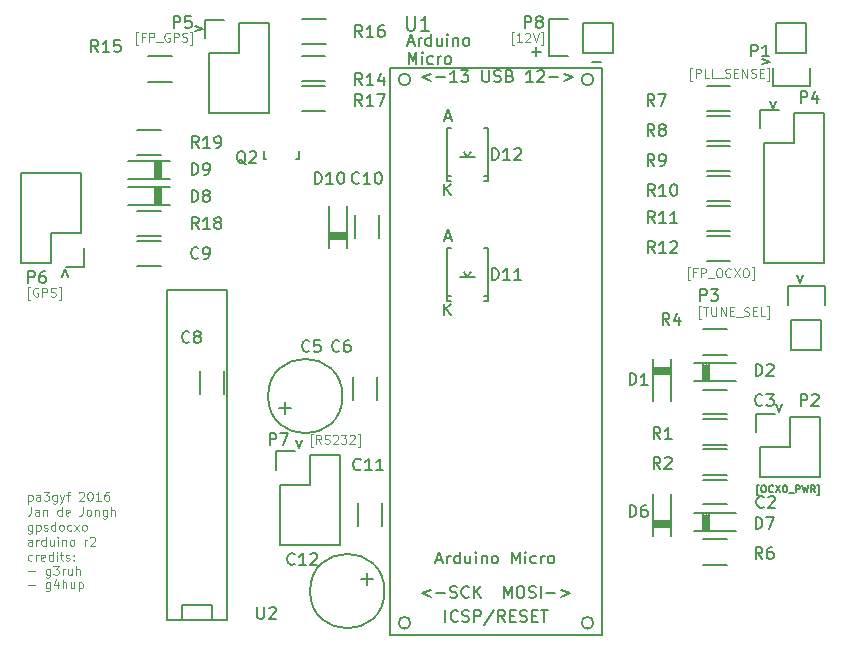
<source format=gbr>
G04 #@! TF.FileFunction,Legend,Top*
%FSLAX46Y46*%
G04 Gerber Fmt 4.6, Leading zero omitted, Abs format (unit mm)*
G04 Created by KiCad (PCBNEW (after 2015-mar-04 BZR unknown)-product) date Thu 29 Dec 2016 04:21:00 PM CET*
%MOMM*%
G01*
G04 APERTURE LIST*
%ADD10C,0.100000*%
%ADD11C,0.150000*%
%ADD12C,0.203200*%
%ADD13C,0.127000*%
G04 APERTURE END LIST*
D10*
D11*
X101385714Y-47990095D02*
X102052381Y-47752000D01*
X101385714Y-47513904D01*
X90662095Y-68794286D02*
X90424000Y-68127619D01*
X90185904Y-68794286D01*
X109997905Y-82589714D02*
X110236000Y-83256381D01*
X110474096Y-82589714D01*
X149391714Y-50784095D02*
X150058381Y-50546000D01*
X149391714Y-50307904D01*
X150129905Y-53887714D02*
X150368000Y-54554381D01*
X150606096Y-53887714D01*
X152415905Y-68619714D02*
X152654000Y-69286381D01*
X152892096Y-68619714D01*
X150637905Y-79541714D02*
X150876000Y-80208381D01*
X151114096Y-79541714D01*
D10*
X87300571Y-93712571D02*
X87872000Y-93712571D01*
X89122000Y-93498286D02*
X89122000Y-94105429D01*
X89086286Y-94176857D01*
X89050571Y-94212571D01*
X88979143Y-94248286D01*
X88872000Y-94248286D01*
X88800571Y-94212571D01*
X89122000Y-93962571D02*
X89050571Y-93998286D01*
X88907714Y-93998286D01*
X88836286Y-93962571D01*
X88800571Y-93926857D01*
X88764857Y-93855429D01*
X88764857Y-93641143D01*
X88800571Y-93569714D01*
X88836286Y-93534000D01*
X88907714Y-93498286D01*
X89050571Y-93498286D01*
X89122000Y-93534000D01*
X89407714Y-93248286D02*
X89872000Y-93248286D01*
X89622000Y-93534000D01*
X89729142Y-93534000D01*
X89800571Y-93569714D01*
X89836285Y-93605429D01*
X89872000Y-93676857D01*
X89872000Y-93855429D01*
X89836285Y-93926857D01*
X89800571Y-93962571D01*
X89729142Y-93998286D01*
X89514857Y-93998286D01*
X89443428Y-93962571D01*
X89407714Y-93926857D01*
X90193428Y-93998286D02*
X90193428Y-93498286D01*
X90193428Y-93641143D02*
X90229143Y-93569714D01*
X90264857Y-93534000D01*
X90336286Y-93498286D01*
X90407714Y-93498286D01*
X90979143Y-93498286D02*
X90979143Y-93998286D01*
X90657714Y-93498286D02*
X90657714Y-93891143D01*
X90693429Y-93962571D01*
X90764857Y-93998286D01*
X90872000Y-93998286D01*
X90943429Y-93962571D01*
X90979143Y-93926857D01*
X91336285Y-93998286D02*
X91336285Y-93248286D01*
X91657714Y-93998286D02*
X91657714Y-93605429D01*
X91622000Y-93534000D01*
X91550571Y-93498286D01*
X91443428Y-93498286D01*
X91372000Y-93534000D01*
X91336285Y-93569714D01*
X87300571Y-94862571D02*
X87872000Y-94862571D01*
X89122000Y-94648286D02*
X89122000Y-95255429D01*
X89086286Y-95326857D01*
X89050571Y-95362571D01*
X88979143Y-95398286D01*
X88872000Y-95398286D01*
X88800571Y-95362571D01*
X89122000Y-95112571D02*
X89050571Y-95148286D01*
X88907714Y-95148286D01*
X88836286Y-95112571D01*
X88800571Y-95076857D01*
X88764857Y-95005429D01*
X88764857Y-94791143D01*
X88800571Y-94719714D01*
X88836286Y-94684000D01*
X88907714Y-94648286D01*
X89050571Y-94648286D01*
X89122000Y-94684000D01*
X89800571Y-94648286D02*
X89800571Y-95148286D01*
X89622000Y-94362571D02*
X89443428Y-94898286D01*
X89907714Y-94898286D01*
X90193428Y-95148286D02*
X90193428Y-94398286D01*
X90514857Y-95148286D02*
X90514857Y-94755429D01*
X90479143Y-94684000D01*
X90407714Y-94648286D01*
X90300571Y-94648286D01*
X90229143Y-94684000D01*
X90193428Y-94719714D01*
X91193428Y-94648286D02*
X91193428Y-95148286D01*
X90871999Y-94648286D02*
X90871999Y-95041143D01*
X90907714Y-95112571D01*
X90979142Y-95148286D01*
X91086285Y-95148286D01*
X91157714Y-95112571D01*
X91193428Y-95076857D01*
X91550570Y-94648286D02*
X91550570Y-95398286D01*
X91550570Y-94684000D02*
X91621999Y-94648286D01*
X91764856Y-94648286D01*
X91836285Y-94684000D01*
X91871999Y-94719714D01*
X91907713Y-94791143D01*
X91907713Y-95005429D01*
X91871999Y-95076857D01*
X91836285Y-95112571D01*
X91764856Y-95148286D01*
X91621999Y-95148286D01*
X91550570Y-95112571D01*
X87514857Y-88235286D02*
X87514857Y-88771000D01*
X87479143Y-88878143D01*
X87407714Y-88949571D01*
X87300571Y-88985286D01*
X87229143Y-88985286D01*
X88193429Y-88985286D02*
X88193429Y-88592429D01*
X88157715Y-88521000D01*
X88086286Y-88485286D01*
X87943429Y-88485286D01*
X87872000Y-88521000D01*
X88193429Y-88949571D02*
X88122000Y-88985286D01*
X87943429Y-88985286D01*
X87872000Y-88949571D01*
X87836286Y-88878143D01*
X87836286Y-88806714D01*
X87872000Y-88735286D01*
X87943429Y-88699571D01*
X88122000Y-88699571D01*
X88193429Y-88663857D01*
X88550571Y-88485286D02*
X88550571Y-88985286D01*
X88550571Y-88556714D02*
X88586286Y-88521000D01*
X88657714Y-88485286D01*
X88764857Y-88485286D01*
X88836286Y-88521000D01*
X88872000Y-88592429D01*
X88872000Y-88985286D01*
X90122000Y-88985286D02*
X90122000Y-88235286D01*
X90122000Y-88949571D02*
X90050571Y-88985286D01*
X89907714Y-88985286D01*
X89836286Y-88949571D01*
X89800571Y-88913857D01*
X89764857Y-88842429D01*
X89764857Y-88628143D01*
X89800571Y-88556714D01*
X89836286Y-88521000D01*
X89907714Y-88485286D01*
X90050571Y-88485286D01*
X90122000Y-88521000D01*
X90764857Y-88949571D02*
X90693428Y-88985286D01*
X90550571Y-88985286D01*
X90479142Y-88949571D01*
X90443428Y-88878143D01*
X90443428Y-88592429D01*
X90479142Y-88521000D01*
X90550571Y-88485286D01*
X90693428Y-88485286D01*
X90764857Y-88521000D01*
X90800571Y-88592429D01*
X90800571Y-88663857D01*
X90443428Y-88735286D01*
X91907714Y-88235286D02*
X91907714Y-88771000D01*
X91872000Y-88878143D01*
X91800571Y-88949571D01*
X91693428Y-88985286D01*
X91622000Y-88985286D01*
X92372000Y-88985286D02*
X92300572Y-88949571D01*
X92264857Y-88913857D01*
X92229143Y-88842429D01*
X92229143Y-88628143D01*
X92264857Y-88556714D01*
X92300572Y-88521000D01*
X92372000Y-88485286D01*
X92479143Y-88485286D01*
X92550572Y-88521000D01*
X92586286Y-88556714D01*
X92622000Y-88628143D01*
X92622000Y-88842429D01*
X92586286Y-88913857D01*
X92550572Y-88949571D01*
X92479143Y-88985286D01*
X92372000Y-88985286D01*
X92943428Y-88485286D02*
X92943428Y-88985286D01*
X92943428Y-88556714D02*
X92979143Y-88521000D01*
X93050571Y-88485286D01*
X93157714Y-88485286D01*
X93229143Y-88521000D01*
X93264857Y-88592429D01*
X93264857Y-88985286D01*
X93943428Y-88485286D02*
X93943428Y-89092429D01*
X93907714Y-89163857D01*
X93871999Y-89199571D01*
X93800571Y-89235286D01*
X93693428Y-89235286D01*
X93621999Y-89199571D01*
X93943428Y-88949571D02*
X93871999Y-88985286D01*
X93729142Y-88985286D01*
X93657714Y-88949571D01*
X93621999Y-88913857D01*
X93586285Y-88842429D01*
X93586285Y-88628143D01*
X93621999Y-88556714D01*
X93657714Y-88521000D01*
X93729142Y-88485286D01*
X93871999Y-88485286D01*
X93943428Y-88521000D01*
X94300570Y-88985286D02*
X94300570Y-88235286D01*
X94621999Y-88985286D02*
X94621999Y-88592429D01*
X94586285Y-88521000D01*
X94514856Y-88485286D01*
X94407713Y-88485286D01*
X94336285Y-88521000D01*
X94300570Y-88556714D01*
X87622000Y-92759571D02*
X87550571Y-92795286D01*
X87407714Y-92795286D01*
X87336286Y-92759571D01*
X87300571Y-92723857D01*
X87264857Y-92652429D01*
X87264857Y-92438143D01*
X87300571Y-92366714D01*
X87336286Y-92331000D01*
X87407714Y-92295286D01*
X87550571Y-92295286D01*
X87622000Y-92331000D01*
X87943428Y-92795286D02*
X87943428Y-92295286D01*
X87943428Y-92438143D02*
X87979143Y-92366714D01*
X88014857Y-92331000D01*
X88086286Y-92295286D01*
X88157714Y-92295286D01*
X88693429Y-92759571D02*
X88622000Y-92795286D01*
X88479143Y-92795286D01*
X88407714Y-92759571D01*
X88372000Y-92688143D01*
X88372000Y-92402429D01*
X88407714Y-92331000D01*
X88479143Y-92295286D01*
X88622000Y-92295286D01*
X88693429Y-92331000D01*
X88729143Y-92402429D01*
X88729143Y-92473857D01*
X88372000Y-92545286D01*
X89372000Y-92795286D02*
X89372000Y-92045286D01*
X89372000Y-92759571D02*
X89300571Y-92795286D01*
X89157714Y-92795286D01*
X89086286Y-92759571D01*
X89050571Y-92723857D01*
X89014857Y-92652429D01*
X89014857Y-92438143D01*
X89050571Y-92366714D01*
X89086286Y-92331000D01*
X89157714Y-92295286D01*
X89300571Y-92295286D01*
X89372000Y-92331000D01*
X89729142Y-92795286D02*
X89729142Y-92295286D01*
X89729142Y-92045286D02*
X89693428Y-92081000D01*
X89729142Y-92116714D01*
X89764857Y-92081000D01*
X89729142Y-92045286D01*
X89729142Y-92116714D01*
X89979143Y-92295286D02*
X90264857Y-92295286D01*
X90086285Y-92045286D02*
X90086285Y-92688143D01*
X90122000Y-92759571D01*
X90193428Y-92795286D01*
X90264857Y-92795286D01*
X90479142Y-92759571D02*
X90550571Y-92795286D01*
X90693428Y-92795286D01*
X90764856Y-92759571D01*
X90800571Y-92688143D01*
X90800571Y-92652429D01*
X90764856Y-92581000D01*
X90693428Y-92545286D01*
X90586285Y-92545286D01*
X90514856Y-92509571D01*
X90479142Y-92438143D01*
X90479142Y-92402429D01*
X90514856Y-92331000D01*
X90586285Y-92295286D01*
X90693428Y-92295286D01*
X90764856Y-92331000D01*
X91121999Y-92723857D02*
X91157714Y-92759571D01*
X91121999Y-92795286D01*
X91086285Y-92759571D01*
X91121999Y-92723857D01*
X91121999Y-92795286D01*
X91121999Y-92331000D02*
X91157714Y-92366714D01*
X91121999Y-92402429D01*
X91086285Y-92366714D01*
X91121999Y-92331000D01*
X91121999Y-92402429D01*
X87622000Y-91525286D02*
X87622000Y-91132429D01*
X87586286Y-91061000D01*
X87514857Y-91025286D01*
X87372000Y-91025286D01*
X87300571Y-91061000D01*
X87622000Y-91489571D02*
X87550571Y-91525286D01*
X87372000Y-91525286D01*
X87300571Y-91489571D01*
X87264857Y-91418143D01*
X87264857Y-91346714D01*
X87300571Y-91275286D01*
X87372000Y-91239571D01*
X87550571Y-91239571D01*
X87622000Y-91203857D01*
X87979142Y-91525286D02*
X87979142Y-91025286D01*
X87979142Y-91168143D02*
X88014857Y-91096714D01*
X88050571Y-91061000D01*
X88122000Y-91025286D01*
X88193428Y-91025286D01*
X88764857Y-91525286D02*
X88764857Y-90775286D01*
X88764857Y-91489571D02*
X88693428Y-91525286D01*
X88550571Y-91525286D01*
X88479143Y-91489571D01*
X88443428Y-91453857D01*
X88407714Y-91382429D01*
X88407714Y-91168143D01*
X88443428Y-91096714D01*
X88479143Y-91061000D01*
X88550571Y-91025286D01*
X88693428Y-91025286D01*
X88764857Y-91061000D01*
X89443428Y-91025286D02*
X89443428Y-91525286D01*
X89121999Y-91025286D02*
X89121999Y-91418143D01*
X89157714Y-91489571D01*
X89229142Y-91525286D01*
X89336285Y-91525286D01*
X89407714Y-91489571D01*
X89443428Y-91453857D01*
X89800570Y-91525286D02*
X89800570Y-91025286D01*
X89800570Y-90775286D02*
X89764856Y-90811000D01*
X89800570Y-90846714D01*
X89836285Y-90811000D01*
X89800570Y-90775286D01*
X89800570Y-90846714D01*
X90157713Y-91025286D02*
X90157713Y-91525286D01*
X90157713Y-91096714D02*
X90193428Y-91061000D01*
X90264856Y-91025286D01*
X90371999Y-91025286D01*
X90443428Y-91061000D01*
X90479142Y-91132429D01*
X90479142Y-91525286D01*
X90943427Y-91525286D02*
X90871999Y-91489571D01*
X90836284Y-91453857D01*
X90800570Y-91382429D01*
X90800570Y-91168143D01*
X90836284Y-91096714D01*
X90871999Y-91061000D01*
X90943427Y-91025286D01*
X91050570Y-91025286D01*
X91121999Y-91061000D01*
X91157713Y-91096714D01*
X91193427Y-91168143D01*
X91193427Y-91382429D01*
X91157713Y-91453857D01*
X91121999Y-91489571D01*
X91050570Y-91525286D01*
X90943427Y-91525286D01*
X92086284Y-91525286D02*
X92086284Y-91025286D01*
X92086284Y-91168143D02*
X92121999Y-91096714D01*
X92157713Y-91061000D01*
X92229142Y-91025286D01*
X92300570Y-91025286D01*
X92514856Y-90846714D02*
X92550570Y-90811000D01*
X92621999Y-90775286D01*
X92800570Y-90775286D01*
X92871999Y-90811000D01*
X92907713Y-90846714D01*
X92943428Y-90918143D01*
X92943428Y-90989571D01*
X92907713Y-91096714D01*
X92479142Y-91525286D01*
X92943428Y-91525286D01*
X87622000Y-89755286D02*
X87622000Y-90362429D01*
X87586286Y-90433857D01*
X87550571Y-90469571D01*
X87479143Y-90505286D01*
X87372000Y-90505286D01*
X87300571Y-90469571D01*
X87622000Y-90219571D02*
X87550571Y-90255286D01*
X87407714Y-90255286D01*
X87336286Y-90219571D01*
X87300571Y-90183857D01*
X87264857Y-90112429D01*
X87264857Y-89898143D01*
X87300571Y-89826714D01*
X87336286Y-89791000D01*
X87407714Y-89755286D01*
X87550571Y-89755286D01*
X87622000Y-89791000D01*
X87979142Y-89755286D02*
X87979142Y-90505286D01*
X87979142Y-89791000D02*
X88050571Y-89755286D01*
X88193428Y-89755286D01*
X88264857Y-89791000D01*
X88300571Y-89826714D01*
X88336285Y-89898143D01*
X88336285Y-90112429D01*
X88300571Y-90183857D01*
X88264857Y-90219571D01*
X88193428Y-90255286D01*
X88050571Y-90255286D01*
X87979142Y-90219571D01*
X88621999Y-90219571D02*
X88693428Y-90255286D01*
X88836285Y-90255286D01*
X88907713Y-90219571D01*
X88943428Y-90148143D01*
X88943428Y-90112429D01*
X88907713Y-90041000D01*
X88836285Y-90005286D01*
X88729142Y-90005286D01*
X88657713Y-89969571D01*
X88621999Y-89898143D01*
X88621999Y-89862429D01*
X88657713Y-89791000D01*
X88729142Y-89755286D01*
X88836285Y-89755286D01*
X88907713Y-89791000D01*
X89586285Y-90255286D02*
X89586285Y-89505286D01*
X89586285Y-90219571D02*
X89514856Y-90255286D01*
X89371999Y-90255286D01*
X89300571Y-90219571D01*
X89264856Y-90183857D01*
X89229142Y-90112429D01*
X89229142Y-89898143D01*
X89264856Y-89826714D01*
X89300571Y-89791000D01*
X89371999Y-89755286D01*
X89514856Y-89755286D01*
X89586285Y-89791000D01*
X90050570Y-90255286D02*
X89979142Y-90219571D01*
X89943427Y-90183857D01*
X89907713Y-90112429D01*
X89907713Y-89898143D01*
X89943427Y-89826714D01*
X89979142Y-89791000D01*
X90050570Y-89755286D01*
X90157713Y-89755286D01*
X90229142Y-89791000D01*
X90264856Y-89826714D01*
X90300570Y-89898143D01*
X90300570Y-90112429D01*
X90264856Y-90183857D01*
X90229142Y-90219571D01*
X90157713Y-90255286D01*
X90050570Y-90255286D01*
X90943427Y-90219571D02*
X90871998Y-90255286D01*
X90729141Y-90255286D01*
X90657713Y-90219571D01*
X90621998Y-90183857D01*
X90586284Y-90112429D01*
X90586284Y-89898143D01*
X90621998Y-89826714D01*
X90657713Y-89791000D01*
X90729141Y-89755286D01*
X90871998Y-89755286D01*
X90943427Y-89791000D01*
X91193427Y-90255286D02*
X91586284Y-89755286D01*
X91193427Y-89755286D02*
X91586284Y-90255286D01*
X91979141Y-90255286D02*
X91907713Y-90219571D01*
X91871998Y-90183857D01*
X91836284Y-90112429D01*
X91836284Y-89898143D01*
X91871998Y-89826714D01*
X91907713Y-89791000D01*
X91979141Y-89755286D01*
X92086284Y-89755286D01*
X92157713Y-89791000D01*
X92193427Y-89826714D01*
X92229141Y-89898143D01*
X92229141Y-90112429D01*
X92193427Y-90183857D01*
X92157713Y-90219571D01*
X92086284Y-90255286D01*
X91979141Y-90255286D01*
X87300571Y-87215286D02*
X87300571Y-87965286D01*
X87300571Y-87251000D02*
X87372000Y-87215286D01*
X87514857Y-87215286D01*
X87586286Y-87251000D01*
X87622000Y-87286714D01*
X87657714Y-87358143D01*
X87657714Y-87572429D01*
X87622000Y-87643857D01*
X87586286Y-87679571D01*
X87514857Y-87715286D01*
X87372000Y-87715286D01*
X87300571Y-87679571D01*
X88300571Y-87715286D02*
X88300571Y-87322429D01*
X88264857Y-87251000D01*
X88193428Y-87215286D01*
X88050571Y-87215286D01*
X87979142Y-87251000D01*
X88300571Y-87679571D02*
X88229142Y-87715286D01*
X88050571Y-87715286D01*
X87979142Y-87679571D01*
X87943428Y-87608143D01*
X87943428Y-87536714D01*
X87979142Y-87465286D01*
X88050571Y-87429571D01*
X88229142Y-87429571D01*
X88300571Y-87393857D01*
X88586285Y-86965286D02*
X89050571Y-86965286D01*
X88800571Y-87251000D01*
X88907713Y-87251000D01*
X88979142Y-87286714D01*
X89014856Y-87322429D01*
X89050571Y-87393857D01*
X89050571Y-87572429D01*
X89014856Y-87643857D01*
X88979142Y-87679571D01*
X88907713Y-87715286D01*
X88693428Y-87715286D01*
X88621999Y-87679571D01*
X88586285Y-87643857D01*
X89693428Y-87215286D02*
X89693428Y-87822429D01*
X89657714Y-87893857D01*
X89621999Y-87929571D01*
X89550571Y-87965286D01*
X89443428Y-87965286D01*
X89371999Y-87929571D01*
X89693428Y-87679571D02*
X89621999Y-87715286D01*
X89479142Y-87715286D01*
X89407714Y-87679571D01*
X89371999Y-87643857D01*
X89336285Y-87572429D01*
X89336285Y-87358143D01*
X89371999Y-87286714D01*
X89407714Y-87251000D01*
X89479142Y-87215286D01*
X89621999Y-87215286D01*
X89693428Y-87251000D01*
X89979142Y-87215286D02*
X90157713Y-87715286D01*
X90336285Y-87215286D02*
X90157713Y-87715286D01*
X90086285Y-87893857D01*
X90050570Y-87929571D01*
X89979142Y-87965286D01*
X90514857Y-87215286D02*
X90800571Y-87215286D01*
X90621999Y-87715286D02*
X90621999Y-87072429D01*
X90657714Y-87001000D01*
X90729142Y-86965286D01*
X90800571Y-86965286D01*
X91586285Y-87036714D02*
X91621999Y-87001000D01*
X91693428Y-86965286D01*
X91871999Y-86965286D01*
X91943428Y-87001000D01*
X91979142Y-87036714D01*
X92014857Y-87108143D01*
X92014857Y-87179571D01*
X91979142Y-87286714D01*
X91550571Y-87715286D01*
X92014857Y-87715286D01*
X92479143Y-86965286D02*
X92550571Y-86965286D01*
X92622000Y-87001000D01*
X92657714Y-87036714D01*
X92693428Y-87108143D01*
X92729143Y-87251000D01*
X92729143Y-87429571D01*
X92693428Y-87572429D01*
X92657714Y-87643857D01*
X92622000Y-87679571D01*
X92550571Y-87715286D01*
X92479143Y-87715286D01*
X92407714Y-87679571D01*
X92372000Y-87643857D01*
X92336285Y-87572429D01*
X92300571Y-87429571D01*
X92300571Y-87251000D01*
X92336285Y-87108143D01*
X92372000Y-87036714D01*
X92407714Y-87001000D01*
X92479143Y-86965286D01*
X93443429Y-87715286D02*
X93014857Y-87715286D01*
X93229143Y-87715286D02*
X93229143Y-86965286D01*
X93157714Y-87072429D01*
X93086286Y-87143857D01*
X93014857Y-87179571D01*
X94086286Y-86965286D02*
X93943429Y-86965286D01*
X93872000Y-87001000D01*
X93836286Y-87036714D01*
X93764857Y-87143857D01*
X93729143Y-87286714D01*
X93729143Y-87572429D01*
X93764857Y-87643857D01*
X93800572Y-87679571D01*
X93872000Y-87715286D01*
X94014857Y-87715286D01*
X94086286Y-87679571D01*
X94122000Y-87643857D01*
X94157715Y-87572429D01*
X94157715Y-87393857D01*
X94122000Y-87322429D01*
X94086286Y-87286714D01*
X94014857Y-87251000D01*
X93872000Y-87251000D01*
X93800572Y-87286714D01*
X93764857Y-87322429D01*
X93729143Y-87393857D01*
D11*
X149166572Y-87212429D02*
X149023715Y-87212429D01*
X149023715Y-86355286D01*
X149166572Y-86355286D01*
X149509429Y-86412429D02*
X149623715Y-86412429D01*
X149680857Y-86441000D01*
X149738000Y-86498143D01*
X149766572Y-86612429D01*
X149766572Y-86812429D01*
X149738000Y-86926714D01*
X149680857Y-86983857D01*
X149623715Y-87012429D01*
X149509429Y-87012429D01*
X149452286Y-86983857D01*
X149395143Y-86926714D01*
X149366572Y-86812429D01*
X149366572Y-86612429D01*
X149395143Y-86498143D01*
X149452286Y-86441000D01*
X149509429Y-86412429D01*
X150366571Y-86955286D02*
X150338000Y-86983857D01*
X150252286Y-87012429D01*
X150195143Y-87012429D01*
X150109428Y-86983857D01*
X150052286Y-86926714D01*
X150023714Y-86869571D01*
X149995143Y-86755286D01*
X149995143Y-86669571D01*
X150023714Y-86555286D01*
X150052286Y-86498143D01*
X150109428Y-86441000D01*
X150195143Y-86412429D01*
X150252286Y-86412429D01*
X150338000Y-86441000D01*
X150366571Y-86469571D01*
X150566571Y-86412429D02*
X150966571Y-87012429D01*
X150966571Y-86412429D02*
X150566571Y-87012429D01*
X151309429Y-86412429D02*
X151423715Y-86412429D01*
X151480857Y-86441000D01*
X151538000Y-86498143D01*
X151566572Y-86612429D01*
X151566572Y-86812429D01*
X151538000Y-86926714D01*
X151480857Y-86983857D01*
X151423715Y-87012429D01*
X151309429Y-87012429D01*
X151252286Y-86983857D01*
X151195143Y-86926714D01*
X151166572Y-86812429D01*
X151166572Y-86612429D01*
X151195143Y-86498143D01*
X151252286Y-86441000D01*
X151309429Y-86412429D01*
X151680857Y-87069571D02*
X152138000Y-87069571D01*
X152280857Y-87012429D02*
X152280857Y-86412429D01*
X152509429Y-86412429D01*
X152566571Y-86441000D01*
X152595143Y-86469571D01*
X152623714Y-86526714D01*
X152623714Y-86612429D01*
X152595143Y-86669571D01*
X152566571Y-86698143D01*
X152509429Y-86726714D01*
X152280857Y-86726714D01*
X152823714Y-86412429D02*
X152966571Y-87012429D01*
X153080857Y-86583857D01*
X153195143Y-87012429D01*
X153338000Y-86412429D01*
X153909428Y-87012429D02*
X153709428Y-86726714D01*
X153566571Y-87012429D02*
X153566571Y-86412429D01*
X153795143Y-86412429D01*
X153852285Y-86441000D01*
X153880857Y-86469571D01*
X153909428Y-86526714D01*
X153909428Y-86612429D01*
X153880857Y-86669571D01*
X153852285Y-86698143D01*
X153795143Y-86726714D01*
X153566571Y-86726714D01*
X154109428Y-87212429D02*
X154252285Y-87212429D01*
X154252285Y-86355286D01*
X154109428Y-86355286D01*
D10*
X144262429Y-72344286D02*
X144083858Y-72344286D01*
X144083858Y-71272857D01*
X144262429Y-71272857D01*
X144441001Y-71344286D02*
X144869572Y-71344286D01*
X144655286Y-72094286D02*
X144655286Y-71344286D01*
X145119572Y-71344286D02*
X145119572Y-71951429D01*
X145155287Y-72022857D01*
X145191001Y-72058571D01*
X145262430Y-72094286D01*
X145405287Y-72094286D01*
X145476715Y-72058571D01*
X145512430Y-72022857D01*
X145548144Y-71951429D01*
X145548144Y-71344286D01*
X145905286Y-72094286D02*
X145905286Y-71344286D01*
X146333858Y-72094286D01*
X146333858Y-71344286D01*
X146691000Y-71701429D02*
X146941000Y-71701429D01*
X147048143Y-72094286D02*
X146691000Y-72094286D01*
X146691000Y-71344286D01*
X147048143Y-71344286D01*
X147191000Y-72165714D02*
X147762429Y-72165714D01*
X147905286Y-72058571D02*
X148012429Y-72094286D01*
X148191000Y-72094286D01*
X148262429Y-72058571D01*
X148298143Y-72022857D01*
X148333858Y-71951429D01*
X148333858Y-71880000D01*
X148298143Y-71808571D01*
X148262429Y-71772857D01*
X148191000Y-71737143D01*
X148048143Y-71701429D01*
X147976715Y-71665714D01*
X147941000Y-71630000D01*
X147905286Y-71558571D01*
X147905286Y-71487143D01*
X147941000Y-71415714D01*
X147976715Y-71380000D01*
X148048143Y-71344286D01*
X148226715Y-71344286D01*
X148333858Y-71380000D01*
X148655286Y-71701429D02*
X148905286Y-71701429D01*
X149012429Y-72094286D02*
X148655286Y-72094286D01*
X148655286Y-71344286D01*
X149012429Y-71344286D01*
X149691000Y-72094286D02*
X149333857Y-72094286D01*
X149333857Y-71344286D01*
X149869572Y-72344286D02*
X150048143Y-72344286D01*
X150048143Y-71272857D01*
X149869572Y-71272857D01*
X143315857Y-69042286D02*
X143137286Y-69042286D01*
X143137286Y-67970857D01*
X143315857Y-67970857D01*
X143851571Y-68399429D02*
X143601571Y-68399429D01*
X143601571Y-68792286D02*
X143601571Y-68042286D01*
X143958714Y-68042286D01*
X144244428Y-68792286D02*
X144244428Y-68042286D01*
X144530143Y-68042286D01*
X144601571Y-68078000D01*
X144637286Y-68113714D01*
X144673000Y-68185143D01*
X144673000Y-68292286D01*
X144637286Y-68363714D01*
X144601571Y-68399429D01*
X144530143Y-68435143D01*
X144244428Y-68435143D01*
X144815857Y-68863714D02*
X145387286Y-68863714D01*
X145708715Y-68042286D02*
X145851572Y-68042286D01*
X145923000Y-68078000D01*
X145994429Y-68149429D01*
X146030143Y-68292286D01*
X146030143Y-68542286D01*
X145994429Y-68685143D01*
X145923000Y-68756571D01*
X145851572Y-68792286D01*
X145708715Y-68792286D01*
X145637286Y-68756571D01*
X145565857Y-68685143D01*
X145530143Y-68542286D01*
X145530143Y-68292286D01*
X145565857Y-68149429D01*
X145637286Y-68078000D01*
X145708715Y-68042286D01*
X146780143Y-68720857D02*
X146744429Y-68756571D01*
X146637286Y-68792286D01*
X146565857Y-68792286D01*
X146458714Y-68756571D01*
X146387286Y-68685143D01*
X146351571Y-68613714D01*
X146315857Y-68470857D01*
X146315857Y-68363714D01*
X146351571Y-68220857D01*
X146387286Y-68149429D01*
X146458714Y-68078000D01*
X146565857Y-68042286D01*
X146637286Y-68042286D01*
X146744429Y-68078000D01*
X146780143Y-68113714D01*
X147030143Y-68042286D02*
X147530143Y-68792286D01*
X147530143Y-68042286D02*
X147030143Y-68792286D01*
X147958715Y-68042286D02*
X148101572Y-68042286D01*
X148173000Y-68078000D01*
X148244429Y-68149429D01*
X148280143Y-68292286D01*
X148280143Y-68542286D01*
X148244429Y-68685143D01*
X148173000Y-68756571D01*
X148101572Y-68792286D01*
X147958715Y-68792286D01*
X147887286Y-68756571D01*
X147815857Y-68685143D01*
X147780143Y-68542286D01*
X147780143Y-68292286D01*
X147815857Y-68149429D01*
X147887286Y-68078000D01*
X147958715Y-68042286D01*
X148530143Y-69042286D02*
X148708714Y-69042286D01*
X148708714Y-67970857D01*
X148530143Y-67970857D01*
X143524286Y-52151286D02*
X143345715Y-52151286D01*
X143345715Y-51079857D01*
X143524286Y-51079857D01*
X143810000Y-51901286D02*
X143810000Y-51151286D01*
X144095715Y-51151286D01*
X144167143Y-51187000D01*
X144202858Y-51222714D01*
X144238572Y-51294143D01*
X144238572Y-51401286D01*
X144202858Y-51472714D01*
X144167143Y-51508429D01*
X144095715Y-51544143D01*
X143810000Y-51544143D01*
X144917143Y-51901286D02*
X144560000Y-51901286D01*
X144560000Y-51151286D01*
X145524286Y-51901286D02*
X145167143Y-51901286D01*
X145167143Y-51151286D01*
X145595715Y-51972714D02*
X146167144Y-51972714D01*
X146310001Y-51865571D02*
X146417144Y-51901286D01*
X146595715Y-51901286D01*
X146667144Y-51865571D01*
X146702858Y-51829857D01*
X146738573Y-51758429D01*
X146738573Y-51687000D01*
X146702858Y-51615571D01*
X146667144Y-51579857D01*
X146595715Y-51544143D01*
X146452858Y-51508429D01*
X146381430Y-51472714D01*
X146345715Y-51437000D01*
X146310001Y-51365571D01*
X146310001Y-51294143D01*
X146345715Y-51222714D01*
X146381430Y-51187000D01*
X146452858Y-51151286D01*
X146631430Y-51151286D01*
X146738573Y-51187000D01*
X147060001Y-51508429D02*
X147310001Y-51508429D01*
X147417144Y-51901286D02*
X147060001Y-51901286D01*
X147060001Y-51151286D01*
X147417144Y-51151286D01*
X147738572Y-51901286D02*
X147738572Y-51151286D01*
X148167144Y-51901286D01*
X148167144Y-51151286D01*
X148488572Y-51865571D02*
X148595715Y-51901286D01*
X148774286Y-51901286D01*
X148845715Y-51865571D01*
X148881429Y-51829857D01*
X148917144Y-51758429D01*
X148917144Y-51687000D01*
X148881429Y-51615571D01*
X148845715Y-51579857D01*
X148774286Y-51544143D01*
X148631429Y-51508429D01*
X148560001Y-51472714D01*
X148524286Y-51437000D01*
X148488572Y-51365571D01*
X148488572Y-51294143D01*
X148524286Y-51222714D01*
X148560001Y-51187000D01*
X148631429Y-51151286D01*
X148810001Y-51151286D01*
X148917144Y-51187000D01*
X149238572Y-51508429D02*
X149488572Y-51508429D01*
X149595715Y-51901286D02*
X149238572Y-51901286D01*
X149238572Y-51151286D01*
X149595715Y-51151286D01*
X149845715Y-52151286D02*
X150024286Y-52151286D01*
X150024286Y-51079857D01*
X149845715Y-51079857D01*
X111373285Y-83139286D02*
X111194714Y-83139286D01*
X111194714Y-82067857D01*
X111373285Y-82067857D01*
X112087571Y-82889286D02*
X111837571Y-82532143D01*
X111658999Y-82889286D02*
X111658999Y-82139286D01*
X111944714Y-82139286D01*
X112016142Y-82175000D01*
X112051857Y-82210714D01*
X112087571Y-82282143D01*
X112087571Y-82389286D01*
X112051857Y-82460714D01*
X112016142Y-82496429D01*
X111944714Y-82532143D01*
X111658999Y-82532143D01*
X112373285Y-82853571D02*
X112480428Y-82889286D01*
X112658999Y-82889286D01*
X112730428Y-82853571D01*
X112766142Y-82817857D01*
X112801857Y-82746429D01*
X112801857Y-82675000D01*
X112766142Y-82603571D01*
X112730428Y-82567857D01*
X112658999Y-82532143D01*
X112516142Y-82496429D01*
X112444714Y-82460714D01*
X112408999Y-82425000D01*
X112373285Y-82353571D01*
X112373285Y-82282143D01*
X112408999Y-82210714D01*
X112444714Y-82175000D01*
X112516142Y-82139286D01*
X112694714Y-82139286D01*
X112801857Y-82175000D01*
X113087571Y-82210714D02*
X113123285Y-82175000D01*
X113194714Y-82139286D01*
X113373285Y-82139286D01*
X113444714Y-82175000D01*
X113480428Y-82210714D01*
X113516143Y-82282143D01*
X113516143Y-82353571D01*
X113480428Y-82460714D01*
X113051857Y-82889286D01*
X113516143Y-82889286D01*
X113766143Y-82139286D02*
X114230429Y-82139286D01*
X113980429Y-82425000D01*
X114087571Y-82425000D01*
X114159000Y-82460714D01*
X114194714Y-82496429D01*
X114230429Y-82567857D01*
X114230429Y-82746429D01*
X114194714Y-82817857D01*
X114159000Y-82853571D01*
X114087571Y-82889286D01*
X113873286Y-82889286D01*
X113801857Y-82853571D01*
X113766143Y-82817857D01*
X114516143Y-82210714D02*
X114551857Y-82175000D01*
X114623286Y-82139286D01*
X114801857Y-82139286D01*
X114873286Y-82175000D01*
X114909000Y-82210714D01*
X114944715Y-82282143D01*
X114944715Y-82353571D01*
X114909000Y-82460714D01*
X114480429Y-82889286D01*
X114944715Y-82889286D01*
X115194715Y-83139286D02*
X115373286Y-83139286D01*
X115373286Y-82067857D01*
X115194715Y-82067857D01*
X96609571Y-49103286D02*
X96431000Y-49103286D01*
X96431000Y-48031857D01*
X96609571Y-48031857D01*
X97145285Y-48460429D02*
X96895285Y-48460429D01*
X96895285Y-48853286D02*
X96895285Y-48103286D01*
X97252428Y-48103286D01*
X97538142Y-48853286D02*
X97538142Y-48103286D01*
X97823857Y-48103286D01*
X97895285Y-48139000D01*
X97931000Y-48174714D01*
X97966714Y-48246143D01*
X97966714Y-48353286D01*
X97931000Y-48424714D01*
X97895285Y-48460429D01*
X97823857Y-48496143D01*
X97538142Y-48496143D01*
X98109571Y-48924714D02*
X98681000Y-48924714D01*
X99252429Y-48139000D02*
X99181000Y-48103286D01*
X99073857Y-48103286D01*
X98966714Y-48139000D01*
X98895286Y-48210429D01*
X98859571Y-48281857D01*
X98823857Y-48424714D01*
X98823857Y-48531857D01*
X98859571Y-48674714D01*
X98895286Y-48746143D01*
X98966714Y-48817571D01*
X99073857Y-48853286D01*
X99145286Y-48853286D01*
X99252429Y-48817571D01*
X99288143Y-48781857D01*
X99288143Y-48531857D01*
X99145286Y-48531857D01*
X99609571Y-48853286D02*
X99609571Y-48103286D01*
X99895286Y-48103286D01*
X99966714Y-48139000D01*
X100002429Y-48174714D01*
X100038143Y-48246143D01*
X100038143Y-48353286D01*
X100002429Y-48424714D01*
X99966714Y-48460429D01*
X99895286Y-48496143D01*
X99609571Y-48496143D01*
X100323857Y-48817571D02*
X100431000Y-48853286D01*
X100609571Y-48853286D01*
X100681000Y-48817571D01*
X100716714Y-48781857D01*
X100752429Y-48710429D01*
X100752429Y-48639000D01*
X100716714Y-48567571D01*
X100681000Y-48531857D01*
X100609571Y-48496143D01*
X100466714Y-48460429D01*
X100395286Y-48424714D01*
X100359571Y-48389000D01*
X100323857Y-48317571D01*
X100323857Y-48246143D01*
X100359571Y-48174714D01*
X100395286Y-48139000D01*
X100466714Y-48103286D01*
X100645286Y-48103286D01*
X100752429Y-48139000D01*
X101002429Y-49103286D02*
X101181000Y-49103286D01*
X101181000Y-48031857D01*
X101002429Y-48031857D01*
X87431714Y-70693286D02*
X87253143Y-70693286D01*
X87253143Y-69621857D01*
X87431714Y-69621857D01*
X88110286Y-69729000D02*
X88038857Y-69693286D01*
X87931714Y-69693286D01*
X87824571Y-69729000D01*
X87753143Y-69800429D01*
X87717428Y-69871857D01*
X87681714Y-70014714D01*
X87681714Y-70121857D01*
X87717428Y-70264714D01*
X87753143Y-70336143D01*
X87824571Y-70407571D01*
X87931714Y-70443286D01*
X88003143Y-70443286D01*
X88110286Y-70407571D01*
X88146000Y-70371857D01*
X88146000Y-70121857D01*
X88003143Y-70121857D01*
X88467428Y-70443286D02*
X88467428Y-69693286D01*
X88753143Y-69693286D01*
X88824571Y-69729000D01*
X88860286Y-69764714D01*
X88896000Y-69836143D01*
X88896000Y-69943286D01*
X88860286Y-70014714D01*
X88824571Y-70050429D01*
X88753143Y-70086143D01*
X88467428Y-70086143D01*
X89181714Y-70407571D02*
X89288857Y-70443286D01*
X89467428Y-70443286D01*
X89538857Y-70407571D01*
X89574571Y-70371857D01*
X89610286Y-70300429D01*
X89610286Y-70229000D01*
X89574571Y-70157571D01*
X89538857Y-70121857D01*
X89467428Y-70086143D01*
X89324571Y-70050429D01*
X89253143Y-70014714D01*
X89217428Y-69979000D01*
X89181714Y-69907571D01*
X89181714Y-69836143D01*
X89217428Y-69764714D01*
X89253143Y-69729000D01*
X89324571Y-69693286D01*
X89503143Y-69693286D01*
X89610286Y-69729000D01*
X89860286Y-70693286D02*
X90038857Y-70693286D01*
X90038857Y-69621857D01*
X89860286Y-69621857D01*
D11*
X122611095Y-97988381D02*
X122611095Y-96988381D01*
X123658714Y-97893143D02*
X123611095Y-97940762D01*
X123468238Y-97988381D01*
X123373000Y-97988381D01*
X123230142Y-97940762D01*
X123134904Y-97845524D01*
X123087285Y-97750286D01*
X123039666Y-97559810D01*
X123039666Y-97416952D01*
X123087285Y-97226476D01*
X123134904Y-97131238D01*
X123230142Y-97036000D01*
X123373000Y-96988381D01*
X123468238Y-96988381D01*
X123611095Y-97036000D01*
X123658714Y-97083619D01*
X124039666Y-97940762D02*
X124182523Y-97988381D01*
X124420619Y-97988381D01*
X124515857Y-97940762D01*
X124563476Y-97893143D01*
X124611095Y-97797905D01*
X124611095Y-97702667D01*
X124563476Y-97607429D01*
X124515857Y-97559810D01*
X124420619Y-97512190D01*
X124230142Y-97464571D01*
X124134904Y-97416952D01*
X124087285Y-97369333D01*
X124039666Y-97274095D01*
X124039666Y-97178857D01*
X124087285Y-97083619D01*
X124134904Y-97036000D01*
X124230142Y-96988381D01*
X124468238Y-96988381D01*
X124611095Y-97036000D01*
X125039666Y-97988381D02*
X125039666Y-96988381D01*
X125420619Y-96988381D01*
X125515857Y-97036000D01*
X125563476Y-97083619D01*
X125611095Y-97178857D01*
X125611095Y-97321714D01*
X125563476Y-97416952D01*
X125515857Y-97464571D01*
X125420619Y-97512190D01*
X125039666Y-97512190D01*
X126753952Y-96940762D02*
X125896809Y-98226476D01*
X127658714Y-97988381D02*
X127325380Y-97512190D01*
X127087285Y-97988381D02*
X127087285Y-96988381D01*
X127468238Y-96988381D01*
X127563476Y-97036000D01*
X127611095Y-97083619D01*
X127658714Y-97178857D01*
X127658714Y-97321714D01*
X127611095Y-97416952D01*
X127563476Y-97464571D01*
X127468238Y-97512190D01*
X127087285Y-97512190D01*
X128087285Y-97464571D02*
X128420619Y-97464571D01*
X128563476Y-97988381D02*
X128087285Y-97988381D01*
X128087285Y-96988381D01*
X128563476Y-96988381D01*
X128944428Y-97940762D02*
X129087285Y-97988381D01*
X129325381Y-97988381D01*
X129420619Y-97940762D01*
X129468238Y-97893143D01*
X129515857Y-97797905D01*
X129515857Y-97702667D01*
X129468238Y-97607429D01*
X129420619Y-97559810D01*
X129325381Y-97512190D01*
X129134904Y-97464571D01*
X129039666Y-97416952D01*
X128992047Y-97369333D01*
X128944428Y-97274095D01*
X128944428Y-97178857D01*
X128992047Y-97083619D01*
X129039666Y-97036000D01*
X129134904Y-96988381D01*
X129373000Y-96988381D01*
X129515857Y-97036000D01*
X129944428Y-97464571D02*
X130277762Y-97464571D01*
X130420619Y-97988381D02*
X129944428Y-97988381D01*
X129944428Y-96988381D01*
X130420619Y-96988381D01*
X130706333Y-96988381D02*
X131277762Y-96988381D01*
X130992047Y-97988381D02*
X130992047Y-96988381D01*
X121349191Y-95289714D02*
X120587286Y-95575429D01*
X121349191Y-95861143D01*
X121825381Y-95575429D02*
X122587286Y-95575429D01*
X123015857Y-95908762D02*
X123158714Y-95956381D01*
X123396810Y-95956381D01*
X123492048Y-95908762D01*
X123539667Y-95861143D01*
X123587286Y-95765905D01*
X123587286Y-95670667D01*
X123539667Y-95575429D01*
X123492048Y-95527810D01*
X123396810Y-95480190D01*
X123206333Y-95432571D01*
X123111095Y-95384952D01*
X123063476Y-95337333D01*
X123015857Y-95242095D01*
X123015857Y-95146857D01*
X123063476Y-95051619D01*
X123111095Y-95004000D01*
X123206333Y-94956381D01*
X123444429Y-94956381D01*
X123587286Y-95004000D01*
X124587286Y-95861143D02*
X124539667Y-95908762D01*
X124396810Y-95956381D01*
X124301572Y-95956381D01*
X124158714Y-95908762D01*
X124063476Y-95813524D01*
X124015857Y-95718286D01*
X123968238Y-95527810D01*
X123968238Y-95384952D01*
X124015857Y-95194476D01*
X124063476Y-95099238D01*
X124158714Y-95004000D01*
X124301572Y-94956381D01*
X124396810Y-94956381D01*
X124539667Y-95004000D01*
X124587286Y-95051619D01*
X125015857Y-95956381D02*
X125015857Y-94956381D01*
X125587286Y-95956381D02*
X125158714Y-95384952D01*
X125587286Y-94956381D02*
X125015857Y-95527810D01*
X127539667Y-95956381D02*
X127539667Y-94956381D01*
X127873001Y-95670667D01*
X128206334Y-94956381D01*
X128206334Y-95956381D01*
X128873000Y-94956381D02*
X129063477Y-94956381D01*
X129158715Y-95004000D01*
X129253953Y-95099238D01*
X129301572Y-95289714D01*
X129301572Y-95623048D01*
X129253953Y-95813524D01*
X129158715Y-95908762D01*
X129063477Y-95956381D01*
X128873000Y-95956381D01*
X128777762Y-95908762D01*
X128682524Y-95813524D01*
X128634905Y-95623048D01*
X128634905Y-95289714D01*
X128682524Y-95099238D01*
X128777762Y-95004000D01*
X128873000Y-94956381D01*
X129682524Y-95908762D02*
X129825381Y-95956381D01*
X130063477Y-95956381D01*
X130158715Y-95908762D01*
X130206334Y-95861143D01*
X130253953Y-95765905D01*
X130253953Y-95670667D01*
X130206334Y-95575429D01*
X130158715Y-95527810D01*
X130063477Y-95480190D01*
X129873000Y-95432571D01*
X129777762Y-95384952D01*
X129730143Y-95337333D01*
X129682524Y-95242095D01*
X129682524Y-95146857D01*
X129730143Y-95051619D01*
X129777762Y-95004000D01*
X129873000Y-94956381D01*
X130111096Y-94956381D01*
X130253953Y-95004000D01*
X130682524Y-95956381D02*
X130682524Y-94956381D01*
X131158714Y-95575429D02*
X131920619Y-95575429D01*
X132396809Y-95289714D02*
X133158714Y-95575429D01*
X132396809Y-95861143D01*
X121357143Y-51601714D02*
X120595238Y-51887429D01*
X121357143Y-52173143D01*
X121833333Y-51887429D02*
X122595238Y-51887429D01*
X123595238Y-52268381D02*
X123023809Y-52268381D01*
X123309523Y-52268381D02*
X123309523Y-51268381D01*
X123214285Y-51411238D01*
X123119047Y-51506476D01*
X123023809Y-51554095D01*
X123928571Y-51268381D02*
X124547619Y-51268381D01*
X124214285Y-51649333D01*
X124357143Y-51649333D01*
X124452381Y-51696952D01*
X124500000Y-51744571D01*
X124547619Y-51839810D01*
X124547619Y-52077905D01*
X124500000Y-52173143D01*
X124452381Y-52220762D01*
X124357143Y-52268381D01*
X124071428Y-52268381D01*
X123976190Y-52220762D01*
X123928571Y-52173143D01*
X125738095Y-51268381D02*
X125738095Y-52077905D01*
X125785714Y-52173143D01*
X125833333Y-52220762D01*
X125928571Y-52268381D01*
X126119048Y-52268381D01*
X126214286Y-52220762D01*
X126261905Y-52173143D01*
X126309524Y-52077905D01*
X126309524Y-51268381D01*
X126738095Y-52220762D02*
X126880952Y-52268381D01*
X127119048Y-52268381D01*
X127214286Y-52220762D01*
X127261905Y-52173143D01*
X127309524Y-52077905D01*
X127309524Y-51982667D01*
X127261905Y-51887429D01*
X127214286Y-51839810D01*
X127119048Y-51792190D01*
X126928571Y-51744571D01*
X126833333Y-51696952D01*
X126785714Y-51649333D01*
X126738095Y-51554095D01*
X126738095Y-51458857D01*
X126785714Y-51363619D01*
X126833333Y-51316000D01*
X126928571Y-51268381D01*
X127166667Y-51268381D01*
X127309524Y-51316000D01*
X128071429Y-51744571D02*
X128214286Y-51792190D01*
X128261905Y-51839810D01*
X128309524Y-51935048D01*
X128309524Y-52077905D01*
X128261905Y-52173143D01*
X128214286Y-52220762D01*
X128119048Y-52268381D01*
X127738095Y-52268381D01*
X127738095Y-51268381D01*
X128071429Y-51268381D01*
X128166667Y-51316000D01*
X128214286Y-51363619D01*
X128261905Y-51458857D01*
X128261905Y-51554095D01*
X128214286Y-51649333D01*
X128166667Y-51696952D01*
X128071429Y-51744571D01*
X127738095Y-51744571D01*
X130023810Y-52268381D02*
X129452381Y-52268381D01*
X129738095Y-52268381D02*
X129738095Y-51268381D01*
X129642857Y-51411238D01*
X129547619Y-51506476D01*
X129452381Y-51554095D01*
X130404762Y-51363619D02*
X130452381Y-51316000D01*
X130547619Y-51268381D01*
X130785715Y-51268381D01*
X130880953Y-51316000D01*
X130928572Y-51363619D01*
X130976191Y-51458857D01*
X130976191Y-51554095D01*
X130928572Y-51696952D01*
X130357143Y-52268381D01*
X130976191Y-52268381D01*
X131404762Y-51887429D02*
X132166667Y-51887429D01*
X132642857Y-51601714D02*
X133404762Y-51887429D01*
X132642857Y-52173143D01*
X121856476Y-92749667D02*
X122332667Y-92749667D01*
X121761238Y-93035381D02*
X122094571Y-92035381D01*
X122427905Y-93035381D01*
X122761238Y-93035381D02*
X122761238Y-92368714D01*
X122761238Y-92559190D02*
X122808857Y-92463952D01*
X122856476Y-92416333D01*
X122951714Y-92368714D01*
X123046953Y-92368714D01*
X123808858Y-93035381D02*
X123808858Y-92035381D01*
X123808858Y-92987762D02*
X123713620Y-93035381D01*
X123523143Y-93035381D01*
X123427905Y-92987762D01*
X123380286Y-92940143D01*
X123332667Y-92844905D01*
X123332667Y-92559190D01*
X123380286Y-92463952D01*
X123427905Y-92416333D01*
X123523143Y-92368714D01*
X123713620Y-92368714D01*
X123808858Y-92416333D01*
X124713620Y-92368714D02*
X124713620Y-93035381D01*
X124285048Y-92368714D02*
X124285048Y-92892524D01*
X124332667Y-92987762D01*
X124427905Y-93035381D01*
X124570763Y-93035381D01*
X124666001Y-92987762D01*
X124713620Y-92940143D01*
X125189810Y-93035381D02*
X125189810Y-92368714D01*
X125189810Y-92035381D02*
X125142191Y-92083000D01*
X125189810Y-92130619D01*
X125237429Y-92083000D01*
X125189810Y-92035381D01*
X125189810Y-92130619D01*
X125666000Y-92368714D02*
X125666000Y-93035381D01*
X125666000Y-92463952D02*
X125713619Y-92416333D01*
X125808857Y-92368714D01*
X125951715Y-92368714D01*
X126046953Y-92416333D01*
X126094572Y-92511571D01*
X126094572Y-93035381D01*
X126713619Y-93035381D02*
X126618381Y-92987762D01*
X126570762Y-92940143D01*
X126523143Y-92844905D01*
X126523143Y-92559190D01*
X126570762Y-92463952D01*
X126618381Y-92416333D01*
X126713619Y-92368714D01*
X126856477Y-92368714D01*
X126951715Y-92416333D01*
X126999334Y-92463952D01*
X127046953Y-92559190D01*
X127046953Y-92844905D01*
X126999334Y-92940143D01*
X126951715Y-92987762D01*
X126856477Y-93035381D01*
X126713619Y-93035381D01*
X128237429Y-93035381D02*
X128237429Y-92035381D01*
X128570763Y-92749667D01*
X128904096Y-92035381D01*
X128904096Y-93035381D01*
X129380286Y-93035381D02*
X129380286Y-92368714D01*
X129380286Y-92035381D02*
X129332667Y-92083000D01*
X129380286Y-92130619D01*
X129427905Y-92083000D01*
X129380286Y-92035381D01*
X129380286Y-92130619D01*
X130285048Y-92987762D02*
X130189810Y-93035381D01*
X129999333Y-93035381D01*
X129904095Y-92987762D01*
X129856476Y-92940143D01*
X129808857Y-92844905D01*
X129808857Y-92559190D01*
X129856476Y-92463952D01*
X129904095Y-92416333D01*
X129999333Y-92368714D01*
X130189810Y-92368714D01*
X130285048Y-92416333D01*
X130713619Y-93035381D02*
X130713619Y-92368714D01*
X130713619Y-92559190D02*
X130761238Y-92463952D01*
X130808857Y-92416333D01*
X130904095Y-92368714D01*
X130999334Y-92368714D01*
X131475524Y-93035381D02*
X131380286Y-92987762D01*
X131332667Y-92940143D01*
X131285048Y-92844905D01*
X131285048Y-92559190D01*
X131332667Y-92463952D01*
X131380286Y-92416333D01*
X131475524Y-92368714D01*
X131618382Y-92368714D01*
X131713620Y-92416333D01*
X131761239Y-92463952D01*
X131808858Y-92559190D01*
X131808858Y-92844905D01*
X131761239Y-92940143D01*
X131713620Y-92987762D01*
X131618382Y-93035381D01*
X131475524Y-93035381D01*
X119443476Y-48921667D02*
X119919667Y-48921667D01*
X119348238Y-49207381D02*
X119681571Y-48207381D01*
X120014905Y-49207381D01*
X120348238Y-49207381D02*
X120348238Y-48540714D01*
X120348238Y-48731190D02*
X120395857Y-48635952D01*
X120443476Y-48588333D01*
X120538714Y-48540714D01*
X120633953Y-48540714D01*
X121395858Y-49207381D02*
X121395858Y-48207381D01*
X121395858Y-49159762D02*
X121300620Y-49207381D01*
X121110143Y-49207381D01*
X121014905Y-49159762D01*
X120967286Y-49112143D01*
X120919667Y-49016905D01*
X120919667Y-48731190D01*
X120967286Y-48635952D01*
X121014905Y-48588333D01*
X121110143Y-48540714D01*
X121300620Y-48540714D01*
X121395858Y-48588333D01*
X122300620Y-48540714D02*
X122300620Y-49207381D01*
X121872048Y-48540714D02*
X121872048Y-49064524D01*
X121919667Y-49159762D01*
X122014905Y-49207381D01*
X122157763Y-49207381D01*
X122253001Y-49159762D01*
X122300620Y-49112143D01*
X122776810Y-49207381D02*
X122776810Y-48540714D01*
X122776810Y-48207381D02*
X122729191Y-48255000D01*
X122776810Y-48302619D01*
X122824429Y-48255000D01*
X122776810Y-48207381D01*
X122776810Y-48302619D01*
X123253000Y-48540714D02*
X123253000Y-49207381D01*
X123253000Y-48635952D02*
X123300619Y-48588333D01*
X123395857Y-48540714D01*
X123538715Y-48540714D01*
X123633953Y-48588333D01*
X123681572Y-48683571D01*
X123681572Y-49207381D01*
X124300619Y-49207381D02*
X124205381Y-49159762D01*
X124157762Y-49112143D01*
X124110143Y-49016905D01*
X124110143Y-48731190D01*
X124157762Y-48635952D01*
X124205381Y-48588333D01*
X124300619Y-48540714D01*
X124443477Y-48540714D01*
X124538715Y-48588333D01*
X124586334Y-48635952D01*
X124633953Y-48731190D01*
X124633953Y-49016905D01*
X124586334Y-49112143D01*
X124538715Y-49159762D01*
X124443477Y-49207381D01*
X124300619Y-49207381D01*
X119491095Y-50757381D02*
X119491095Y-49757381D01*
X119824429Y-50471667D01*
X120157762Y-49757381D01*
X120157762Y-50757381D01*
X120633952Y-50757381D02*
X120633952Y-50090714D01*
X120633952Y-49757381D02*
X120586333Y-49805000D01*
X120633952Y-49852619D01*
X120681571Y-49805000D01*
X120633952Y-49757381D01*
X120633952Y-49852619D01*
X121538714Y-50709762D02*
X121443476Y-50757381D01*
X121252999Y-50757381D01*
X121157761Y-50709762D01*
X121110142Y-50662143D01*
X121062523Y-50566905D01*
X121062523Y-50281190D01*
X121110142Y-50185952D01*
X121157761Y-50138333D01*
X121252999Y-50090714D01*
X121443476Y-50090714D01*
X121538714Y-50138333D01*
X121967285Y-50757381D02*
X121967285Y-50090714D01*
X121967285Y-50281190D02*
X122014904Y-50185952D01*
X122062523Y-50138333D01*
X122157761Y-50090714D01*
X122253000Y-50090714D01*
X122729190Y-50757381D02*
X122633952Y-50709762D01*
X122586333Y-50662143D01*
X122538714Y-50566905D01*
X122538714Y-50281190D01*
X122586333Y-50185952D01*
X122633952Y-50138333D01*
X122729190Y-50090714D01*
X122872048Y-50090714D01*
X122967286Y-50138333D01*
X123014905Y-50185952D01*
X123062524Y-50281190D01*
X123062524Y-50566905D01*
X123014905Y-50662143D01*
X122967286Y-50709762D01*
X122872048Y-50757381D01*
X122729190Y-50757381D01*
D10*
X128397143Y-49103286D02*
X128218572Y-49103286D01*
X128218572Y-48031857D01*
X128397143Y-48031857D01*
X129075715Y-48853286D02*
X128647143Y-48853286D01*
X128861429Y-48853286D02*
X128861429Y-48103286D01*
X128790000Y-48210429D01*
X128718572Y-48281857D01*
X128647143Y-48317571D01*
X129361429Y-48174714D02*
X129397143Y-48139000D01*
X129468572Y-48103286D01*
X129647143Y-48103286D01*
X129718572Y-48139000D01*
X129754286Y-48174714D01*
X129790001Y-48246143D01*
X129790001Y-48317571D01*
X129754286Y-48424714D01*
X129325715Y-48853286D01*
X129790001Y-48853286D01*
X130004287Y-48103286D02*
X130254287Y-48853286D01*
X130504287Y-48103286D01*
X130682858Y-49103286D02*
X130861429Y-49103286D01*
X130861429Y-48031857D01*
X130682858Y-48031857D01*
D11*
X135762952Y-50617429D02*
X135001047Y-50617429D01*
X130682952Y-49728429D02*
X129921047Y-49728429D01*
X130301999Y-50109381D02*
X130301999Y-49347476D01*
X135136000Y-98060000D02*
G75*
G03X135136000Y-98060000I-500000J0D01*
G01*
X119644000Y-98060000D02*
G75*
G03X119644000Y-98060000I-500000J0D01*
G01*
X135136000Y-52060000D02*
G75*
G03X135136000Y-52060000I-500000J0D01*
G01*
X119644000Y-52060000D02*
G75*
G03X119644000Y-52060000I-500000J0D01*
G01*
X117890000Y-99060000D02*
X117890000Y-51060000D01*
X117890000Y-51060000D02*
X135890000Y-51060000D01*
X135890000Y-51060000D02*
X135890000Y-99060000D01*
X135890000Y-99060000D02*
X117890000Y-99060000D01*
X100330000Y-97790000D02*
X100330000Y-96520000D01*
X100330000Y-96520000D02*
X102870000Y-96520000D01*
X102870000Y-96520000D02*
X102870000Y-97790000D01*
X99060000Y-97790000D02*
X99060000Y-69850000D01*
X99060000Y-69850000D02*
X104140000Y-69850000D01*
X104140000Y-69850000D02*
X104140000Y-97790000D01*
X104140000Y-97790000D02*
X99060000Y-97790000D01*
X101845000Y-76724000D02*
X101845000Y-78724000D01*
X103895000Y-78724000D02*
X103895000Y-76724000D01*
X108585000Y-86360000D02*
X108585000Y-91440000D01*
X108305000Y-83540000D02*
X109855000Y-83540000D01*
X111125000Y-83820000D02*
X111125000Y-86360000D01*
X111125000Y-86360000D02*
X108585000Y-86360000D01*
X108585000Y-91440000D02*
X113665000Y-91440000D01*
X113665000Y-91440000D02*
X113665000Y-86360000D01*
X108305000Y-83540000D02*
X108305000Y-85090000D01*
X113665000Y-83820000D02*
X111125000Y-83820000D01*
X113665000Y-86360000D02*
X113665000Y-83820000D01*
X91757500Y-65087500D02*
X91757500Y-60007500D01*
X92037500Y-67907500D02*
X90487500Y-67907500D01*
X89217500Y-67627500D02*
X89217500Y-65087500D01*
X89217500Y-65087500D02*
X91757500Y-65087500D01*
X91757500Y-60007500D02*
X86677500Y-60007500D01*
X86677500Y-60007500D02*
X86677500Y-65087500D01*
X92037500Y-67907500D02*
X92037500Y-66357500D01*
X86677500Y-67627500D02*
X89217500Y-67627500D01*
X86677500Y-65087500D02*
X86677500Y-67627500D01*
X102552500Y-49847500D02*
X102552500Y-54927500D01*
X102272500Y-47027500D02*
X103822500Y-47027500D01*
X105092500Y-47307500D02*
X105092500Y-49847500D01*
X105092500Y-49847500D02*
X102552500Y-49847500D01*
X102552500Y-54927500D02*
X107632500Y-54927500D01*
X107632500Y-54927500D02*
X107632500Y-49847500D01*
X102272500Y-47027500D02*
X102272500Y-48577500D01*
X107632500Y-47307500D02*
X105092500Y-47307500D01*
X107632500Y-49847500D02*
X107632500Y-47307500D01*
X112442500Y-52192500D02*
X110442500Y-52192500D01*
X110442500Y-50042500D02*
X112442500Y-50042500D01*
X97425000Y-50106000D02*
X99425000Y-50106000D01*
X99425000Y-52256000D02*
X97425000Y-52256000D01*
X110211820Y-58115200D02*
X110211820Y-58816240D01*
X110211820Y-58816240D02*
X109962900Y-58816240D01*
X107412840Y-58816240D02*
X107212180Y-58816240D01*
X107212180Y-58816240D02*
X107212180Y-58115200D01*
X154622500Y-54927500D02*
X154622500Y-67627500D01*
X154622500Y-67627500D02*
X149542500Y-67627500D01*
X149542500Y-67627500D02*
X149542500Y-57467500D01*
X154622500Y-54927500D02*
X152082500Y-54927500D01*
X150812500Y-54647500D02*
X149262500Y-54647500D01*
X152082500Y-54927500D02*
X152082500Y-57467500D01*
X152082500Y-57467500D02*
X149542500Y-57467500D01*
X149262500Y-54647500D02*
X149262500Y-56197500D01*
X144732500Y-52582500D02*
X146732500Y-52582500D01*
X146732500Y-54732500D02*
X144732500Y-54732500D01*
X144732500Y-55122500D02*
X146732500Y-55122500D01*
X146732500Y-57272500D02*
X144732500Y-57272500D01*
X144732500Y-57662500D02*
X146732500Y-57662500D01*
X146732500Y-59812500D02*
X144732500Y-59812500D01*
X144732500Y-60202500D02*
X146732500Y-60202500D01*
X146732500Y-62352500D02*
X144732500Y-62352500D01*
X144732500Y-62742500D02*
X146732500Y-62742500D01*
X146732500Y-64892500D02*
X144732500Y-64892500D01*
X144732500Y-65282500D02*
X146732500Y-65282500D01*
X146732500Y-67432500D02*
X144732500Y-67432500D01*
X154432000Y-72390000D02*
X154432000Y-74930000D01*
X154712000Y-69570000D02*
X154712000Y-71120000D01*
X154432000Y-72390000D02*
X151892000Y-72390000D01*
X151612000Y-71120000D02*
X151612000Y-69570000D01*
X151612000Y-69570000D02*
X154712000Y-69570000D01*
X151892000Y-72390000D02*
X151892000Y-74930000D01*
X151892000Y-74930000D02*
X154432000Y-74930000D01*
X146415000Y-85970000D02*
X144415000Y-85970000D01*
X144415000Y-88020000D02*
X146415000Y-88020000D01*
X146415000Y-78350000D02*
X144415000Y-78350000D01*
X144415000Y-80400000D02*
X146415000Y-80400000D01*
X148945000Y-81915000D02*
X148945000Y-80365000D01*
X150495000Y-80365000D02*
X148945000Y-80365000D01*
X149225000Y-83185000D02*
X151765000Y-83185000D01*
X151765000Y-83185000D02*
X151765000Y-80645000D01*
X151765000Y-80645000D02*
X154305000Y-80645000D01*
X154305000Y-80645000D02*
X154305000Y-85725000D01*
X154305000Y-85725000D02*
X149225000Y-85725000D01*
X149225000Y-85725000D02*
X149225000Y-83185000D01*
X146415000Y-82990000D02*
X144415000Y-82990000D01*
X144415000Y-80840000D02*
X146415000Y-80840000D01*
X146415000Y-85530000D02*
X144415000Y-85530000D01*
X144415000Y-83380000D02*
X146415000Y-83380000D01*
X146415000Y-75370000D02*
X144415000Y-75370000D01*
X144415000Y-73220000D02*
X146415000Y-73220000D01*
X146415000Y-93150000D02*
X144415000Y-93150000D01*
X144415000Y-91000000D02*
X146415000Y-91000000D01*
X150622000Y-49784000D02*
X150622000Y-47244000D01*
X150342000Y-52604000D02*
X150342000Y-51054000D01*
X150622000Y-49784000D02*
X153162000Y-49784000D01*
X153442000Y-51054000D02*
X153442000Y-52604000D01*
X153442000Y-52604000D02*
X150342000Y-52604000D01*
X153162000Y-49784000D02*
X153162000Y-47244000D01*
X153162000Y-47244000D02*
X150622000Y-47244000D01*
X125110240Y-68780660D02*
X123809760Y-68780660D01*
X124460000Y-68780660D02*
X124211080Y-68379340D01*
X124460000Y-68780660D02*
X124759720Y-68379340D01*
X122709940Y-70380860D02*
X123060460Y-70380860D01*
X126210060Y-70380860D02*
X125859540Y-70380860D01*
X122709940Y-70830440D02*
X123060460Y-70830440D01*
X122709940Y-66329560D02*
X123060460Y-66329560D01*
X126210060Y-66329560D02*
X125859540Y-66329560D01*
X126210060Y-70830440D02*
X125859540Y-70830440D01*
X122709940Y-66329560D02*
X122709940Y-70830440D01*
X126210060Y-66329560D02*
X126210060Y-70830440D01*
X125110240Y-58620660D02*
X123809760Y-58620660D01*
X124460000Y-58620660D02*
X124211080Y-58219340D01*
X124460000Y-58620660D02*
X124759720Y-58219340D01*
X122709940Y-60220860D02*
X123060460Y-60220860D01*
X126210060Y-60220860D02*
X125859540Y-60220860D01*
X122709940Y-60670440D02*
X123060460Y-60670440D01*
X122709940Y-56169560D02*
X123060460Y-56169560D01*
X126210060Y-56169560D02*
X125859540Y-56169560D01*
X126210060Y-60670440D02*
X125859540Y-60670440D01*
X122709940Y-56169560D02*
X122709940Y-60670440D01*
X126210060Y-56169560D02*
X126210060Y-60670440D01*
X108544360Y-79867760D02*
X109545120Y-79867760D01*
X109044740Y-80368140D02*
X109044740Y-79367380D01*
X113893600Y-78867000D02*
G75*
G03X113893600Y-78867000I-3149600J0D01*
G01*
X114799000Y-77232000D02*
X114799000Y-79232000D01*
X116849000Y-79232000D02*
X116849000Y-77232000D01*
X115180000Y-87900000D02*
X115180000Y-89900000D01*
X117230000Y-89900000D02*
X117230000Y-87900000D01*
X116499640Y-94376240D02*
X115498880Y-94376240D01*
X115999260Y-93875860D02*
X115999260Y-94876620D01*
X117449600Y-95377000D02*
G75*
G03X117449600Y-95377000I-3149600J0D01*
G01*
X134239000Y-47244000D02*
X136779000Y-47244000D01*
X131419000Y-46964000D02*
X132969000Y-46964000D01*
X134239000Y-47244000D02*
X134239000Y-49784000D01*
X132969000Y-50064000D02*
X131419000Y-50064000D01*
X131419000Y-50064000D02*
X131419000Y-46964000D01*
X134239000Y-49784000D02*
X136779000Y-49784000D01*
X136779000Y-49784000D02*
X136779000Y-47244000D01*
X110442500Y-52582500D02*
X112442500Y-52582500D01*
X112442500Y-54732500D02*
X110442500Y-54732500D01*
X110506000Y-46931000D02*
X112506000Y-46931000D01*
X112506000Y-49081000D02*
X110506000Y-49081000D01*
X96536000Y-63187000D02*
X98536000Y-63187000D01*
X98536000Y-65337000D02*
X96536000Y-65337000D01*
X96536000Y-67827000D02*
X98536000Y-67827000D01*
X98536000Y-65777000D02*
X96536000Y-65777000D01*
X114926000Y-63516000D02*
X114926000Y-65516000D01*
X116976000Y-65516000D02*
X116976000Y-63516000D01*
X98536000Y-58479000D02*
X96536000Y-58479000D01*
X96536000Y-56329000D02*
X98536000Y-56329000D01*
D12*
X140335000Y-76835000D02*
X141605000Y-76835000D01*
X141605000Y-76835000D02*
X141605000Y-76708000D01*
X141605000Y-76708000D02*
X140335000Y-76708000D01*
X140335000Y-76708000D02*
X140335000Y-76581000D01*
X140335000Y-76581000D02*
X141605000Y-76581000D01*
X140208000Y-76962000D02*
X140208000Y-76454000D01*
X140208000Y-76454000D02*
X141732000Y-76454000D01*
X141732000Y-76454000D02*
X141732000Y-76962000D01*
X141732000Y-76962000D02*
X140208000Y-76962000D01*
D13*
X140208000Y-79248000D02*
X140208000Y-75692000D01*
X141732000Y-75692000D02*
X141732000Y-79248000D01*
D12*
X144780000Y-77470000D02*
X144780000Y-76200000D01*
X144780000Y-76200000D02*
X144653000Y-76200000D01*
X144653000Y-76200000D02*
X144653000Y-77470000D01*
X144653000Y-77470000D02*
X144526000Y-77470000D01*
X144526000Y-77470000D02*
X144526000Y-76200000D01*
X144907000Y-77597000D02*
X144399000Y-77597000D01*
X144399000Y-77597000D02*
X144399000Y-76073000D01*
X144399000Y-76073000D02*
X144907000Y-76073000D01*
X144907000Y-76073000D02*
X144907000Y-77597000D01*
D13*
X147193000Y-77597000D02*
X143637000Y-77597000D01*
X143637000Y-76073000D02*
X147193000Y-76073000D01*
D12*
X141605000Y-89535000D02*
X140335000Y-89535000D01*
X140335000Y-89535000D02*
X140335000Y-89662000D01*
X140335000Y-89662000D02*
X141605000Y-89662000D01*
X141605000Y-89662000D02*
X141605000Y-89789000D01*
X141605000Y-89789000D02*
X140335000Y-89789000D01*
X141732000Y-89408000D02*
X141732000Y-89916000D01*
X141732000Y-89916000D02*
X140208000Y-89916000D01*
X140208000Y-89916000D02*
X140208000Y-89408000D01*
X140208000Y-89408000D02*
X141732000Y-89408000D01*
D13*
X141732000Y-87122000D02*
X141732000Y-90678000D01*
X140208000Y-90678000D02*
X140208000Y-87122000D01*
D12*
X144780000Y-90170000D02*
X144780000Y-88900000D01*
X144780000Y-88900000D02*
X144653000Y-88900000D01*
X144653000Y-88900000D02*
X144653000Y-90170000D01*
X144653000Y-90170000D02*
X144526000Y-90170000D01*
X144526000Y-90170000D02*
X144526000Y-88900000D01*
X144907000Y-90297000D02*
X144399000Y-90297000D01*
X144399000Y-90297000D02*
X144399000Y-88773000D01*
X144399000Y-88773000D02*
X144907000Y-88773000D01*
X144907000Y-88773000D02*
X144907000Y-90297000D01*
D13*
X147193000Y-90297000D02*
X143637000Y-90297000D01*
X143637000Y-88773000D02*
X147193000Y-88773000D01*
D12*
X98107500Y-61277500D02*
X98107500Y-62547500D01*
X98107500Y-62547500D02*
X98234500Y-62547500D01*
X98234500Y-62547500D02*
X98234500Y-61277500D01*
X98234500Y-61277500D02*
X98361500Y-61277500D01*
X98361500Y-61277500D02*
X98361500Y-62547500D01*
X97980500Y-61150500D02*
X98488500Y-61150500D01*
X98488500Y-61150500D02*
X98488500Y-62674500D01*
X98488500Y-62674500D02*
X97980500Y-62674500D01*
X97980500Y-62674500D02*
X97980500Y-61150500D01*
D13*
X95694500Y-61150500D02*
X99250500Y-61150500D01*
X99250500Y-62674500D02*
X95694500Y-62674500D01*
D12*
X98171000Y-59055000D02*
X98171000Y-60325000D01*
X98171000Y-60325000D02*
X98298000Y-60325000D01*
X98298000Y-60325000D02*
X98298000Y-59055000D01*
X98298000Y-59055000D02*
X98425000Y-59055000D01*
X98425000Y-59055000D02*
X98425000Y-60325000D01*
X98044000Y-58928000D02*
X98552000Y-58928000D01*
X98552000Y-58928000D02*
X98552000Y-60452000D01*
X98552000Y-60452000D02*
X98044000Y-60452000D01*
X98044000Y-60452000D02*
X98044000Y-58928000D01*
D13*
X95758000Y-58928000D02*
X99314000Y-58928000D01*
X99314000Y-60452000D02*
X95758000Y-60452000D01*
D12*
X114173000Y-65151000D02*
X112903000Y-65151000D01*
X112903000Y-65151000D02*
X112903000Y-65278000D01*
X112903000Y-65278000D02*
X114173000Y-65278000D01*
X114173000Y-65278000D02*
X114173000Y-65405000D01*
X114173000Y-65405000D02*
X112903000Y-65405000D01*
X114300000Y-65024000D02*
X114300000Y-65532000D01*
X114300000Y-65532000D02*
X112776000Y-65532000D01*
X112776000Y-65532000D02*
X112776000Y-65024000D01*
X112776000Y-65024000D02*
X114300000Y-65024000D01*
D13*
X114300000Y-62738000D02*
X114300000Y-66294000D01*
X112776000Y-66294000D02*
X112776000Y-62738000D01*
D11*
X119354714Y-46713857D02*
X119354714Y-47685286D01*
X119411857Y-47799571D01*
X119469000Y-47856714D01*
X119583286Y-47913857D01*
X119811857Y-47913857D01*
X119926143Y-47856714D01*
X119983286Y-47799571D01*
X120040429Y-47685286D01*
X120040429Y-46713857D01*
X121240429Y-47913857D02*
X120554714Y-47913857D01*
X120897572Y-47913857D02*
X120897572Y-46713857D01*
X120783286Y-46885286D01*
X120669000Y-46999571D01*
X120554714Y-47056714D01*
X106680095Y-96734381D02*
X106680095Y-97543905D01*
X106727714Y-97639143D01*
X106775333Y-97686762D01*
X106870571Y-97734381D01*
X107061048Y-97734381D01*
X107156286Y-97686762D01*
X107203905Y-97639143D01*
X107251524Y-97543905D01*
X107251524Y-96734381D01*
X107680095Y-96829619D02*
X107727714Y-96782000D01*
X107822952Y-96734381D01*
X108061048Y-96734381D01*
X108156286Y-96782000D01*
X108203905Y-96829619D01*
X108251524Y-96924857D01*
X108251524Y-97020095D01*
X108203905Y-97162952D01*
X107632476Y-97734381D01*
X108251524Y-97734381D01*
X100925334Y-74271143D02*
X100877715Y-74318762D01*
X100734858Y-74366381D01*
X100639620Y-74366381D01*
X100496762Y-74318762D01*
X100401524Y-74223524D01*
X100353905Y-74128286D01*
X100306286Y-73937810D01*
X100306286Y-73794952D01*
X100353905Y-73604476D01*
X100401524Y-73509238D01*
X100496762Y-73414000D01*
X100639620Y-73366381D01*
X100734858Y-73366381D01*
X100877715Y-73414000D01*
X100925334Y-73461619D01*
X101496762Y-73794952D02*
X101401524Y-73747333D01*
X101353905Y-73699714D01*
X101306286Y-73604476D01*
X101306286Y-73556857D01*
X101353905Y-73461619D01*
X101401524Y-73414000D01*
X101496762Y-73366381D01*
X101687239Y-73366381D01*
X101782477Y-73414000D01*
X101830096Y-73461619D01*
X101877715Y-73556857D01*
X101877715Y-73604476D01*
X101830096Y-73699714D01*
X101782477Y-73747333D01*
X101687239Y-73794952D01*
X101496762Y-73794952D01*
X101401524Y-73842571D01*
X101353905Y-73890190D01*
X101306286Y-73985429D01*
X101306286Y-74175905D01*
X101353905Y-74271143D01*
X101401524Y-74318762D01*
X101496762Y-74366381D01*
X101687239Y-74366381D01*
X101782477Y-74318762D01*
X101830096Y-74271143D01*
X101877715Y-74175905D01*
X101877715Y-73985429D01*
X101830096Y-73890190D01*
X101782477Y-73842571D01*
X101687239Y-73794952D01*
X107719905Y-83002381D02*
X107719905Y-82002381D01*
X108100858Y-82002381D01*
X108196096Y-82050000D01*
X108243715Y-82097619D01*
X108291334Y-82192857D01*
X108291334Y-82335714D01*
X108243715Y-82430952D01*
X108196096Y-82478571D01*
X108100858Y-82526190D01*
X107719905Y-82526190D01*
X108624667Y-82002381D02*
X109291334Y-82002381D01*
X108862762Y-83002381D01*
X87272905Y-69286381D02*
X87272905Y-68286381D01*
X87653858Y-68286381D01*
X87749096Y-68334000D01*
X87796715Y-68381619D01*
X87844334Y-68476857D01*
X87844334Y-68619714D01*
X87796715Y-68714952D01*
X87749096Y-68762571D01*
X87653858Y-68810190D01*
X87272905Y-68810190D01*
X88701477Y-68286381D02*
X88511000Y-68286381D01*
X88415762Y-68334000D01*
X88368143Y-68381619D01*
X88272905Y-68524476D01*
X88225286Y-68714952D01*
X88225286Y-69095905D01*
X88272905Y-69191143D01*
X88320524Y-69238762D01*
X88415762Y-69286381D01*
X88606239Y-69286381D01*
X88701477Y-69238762D01*
X88749096Y-69191143D01*
X88796715Y-69095905D01*
X88796715Y-68857810D01*
X88749096Y-68762571D01*
X88701477Y-68714952D01*
X88606239Y-68667333D01*
X88415762Y-68667333D01*
X88320524Y-68714952D01*
X88272905Y-68762571D01*
X88225286Y-68857810D01*
X99591905Y-47696381D02*
X99591905Y-46696381D01*
X99972858Y-46696381D01*
X100068096Y-46744000D01*
X100115715Y-46791619D01*
X100163334Y-46886857D01*
X100163334Y-47029714D01*
X100115715Y-47124952D01*
X100068096Y-47172571D01*
X99972858Y-47220190D01*
X99591905Y-47220190D01*
X101068096Y-46696381D02*
X100591905Y-46696381D01*
X100544286Y-47172571D01*
X100591905Y-47124952D01*
X100687143Y-47077333D01*
X100925239Y-47077333D01*
X101020477Y-47124952D01*
X101068096Y-47172571D01*
X101115715Y-47267810D01*
X101115715Y-47505905D01*
X101068096Y-47601143D01*
X101020477Y-47648762D01*
X100925239Y-47696381D01*
X100687143Y-47696381D01*
X100591905Y-47648762D01*
X100544286Y-47601143D01*
X115562143Y-52522381D02*
X115228809Y-52046190D01*
X114990714Y-52522381D02*
X114990714Y-51522381D01*
X115371667Y-51522381D01*
X115466905Y-51570000D01*
X115514524Y-51617619D01*
X115562143Y-51712857D01*
X115562143Y-51855714D01*
X115514524Y-51950952D01*
X115466905Y-51998571D01*
X115371667Y-52046190D01*
X114990714Y-52046190D01*
X116514524Y-52522381D02*
X115943095Y-52522381D01*
X116228809Y-52522381D02*
X116228809Y-51522381D01*
X116133571Y-51665238D01*
X116038333Y-51760476D01*
X115943095Y-51808095D01*
X117371667Y-51855714D02*
X117371667Y-52522381D01*
X117133571Y-51474762D02*
X116895476Y-52189048D01*
X117514524Y-52189048D01*
X93210143Y-49728381D02*
X92876809Y-49252190D01*
X92638714Y-49728381D02*
X92638714Y-48728381D01*
X93019667Y-48728381D01*
X93114905Y-48776000D01*
X93162524Y-48823619D01*
X93210143Y-48918857D01*
X93210143Y-49061714D01*
X93162524Y-49156952D01*
X93114905Y-49204571D01*
X93019667Y-49252190D01*
X92638714Y-49252190D01*
X94162524Y-49728381D02*
X93591095Y-49728381D01*
X93876809Y-49728381D02*
X93876809Y-48728381D01*
X93781571Y-48871238D01*
X93686333Y-48966476D01*
X93591095Y-49014095D01*
X95067286Y-48728381D02*
X94591095Y-48728381D01*
X94543476Y-49204571D01*
X94591095Y-49156952D01*
X94686333Y-49109333D01*
X94924429Y-49109333D01*
X95019667Y-49156952D01*
X95067286Y-49204571D01*
X95114905Y-49299810D01*
X95114905Y-49537905D01*
X95067286Y-49633143D01*
X95019667Y-49680762D01*
X94924429Y-49728381D01*
X94686333Y-49728381D01*
X94591095Y-49680762D01*
X94543476Y-49633143D01*
X105695762Y-59221619D02*
X105600524Y-59174000D01*
X105505286Y-59078762D01*
X105362429Y-58935905D01*
X105267190Y-58888286D01*
X105171952Y-58888286D01*
X105219571Y-59126381D02*
X105124333Y-59078762D01*
X105029095Y-58983524D01*
X104981476Y-58793048D01*
X104981476Y-58459714D01*
X105029095Y-58269238D01*
X105124333Y-58174000D01*
X105219571Y-58126381D01*
X105410048Y-58126381D01*
X105505286Y-58174000D01*
X105600524Y-58269238D01*
X105648143Y-58459714D01*
X105648143Y-58793048D01*
X105600524Y-58983524D01*
X105505286Y-59078762D01*
X105410048Y-59126381D01*
X105219571Y-59126381D01*
X106029095Y-58221619D02*
X106076714Y-58174000D01*
X106171952Y-58126381D01*
X106410048Y-58126381D01*
X106505286Y-58174000D01*
X106552905Y-58221619D01*
X106600524Y-58316857D01*
X106600524Y-58412095D01*
X106552905Y-58554952D01*
X105981476Y-59126381D01*
X106600524Y-59126381D01*
X152677905Y-54046381D02*
X152677905Y-53046381D01*
X153058858Y-53046381D01*
X153154096Y-53094000D01*
X153201715Y-53141619D01*
X153249334Y-53236857D01*
X153249334Y-53379714D01*
X153201715Y-53474952D01*
X153154096Y-53522571D01*
X153058858Y-53570190D01*
X152677905Y-53570190D01*
X154106477Y-53379714D02*
X154106477Y-54046381D01*
X153868381Y-52998762D02*
X153630286Y-53713048D01*
X154249334Y-53713048D01*
X140295334Y-54300381D02*
X139962000Y-53824190D01*
X139723905Y-54300381D02*
X139723905Y-53300381D01*
X140104858Y-53300381D01*
X140200096Y-53348000D01*
X140247715Y-53395619D01*
X140295334Y-53490857D01*
X140295334Y-53633714D01*
X140247715Y-53728952D01*
X140200096Y-53776571D01*
X140104858Y-53824190D01*
X139723905Y-53824190D01*
X140628667Y-53300381D02*
X141295334Y-53300381D01*
X140866762Y-54300381D01*
X140295334Y-56840381D02*
X139962000Y-56364190D01*
X139723905Y-56840381D02*
X139723905Y-55840381D01*
X140104858Y-55840381D01*
X140200096Y-55888000D01*
X140247715Y-55935619D01*
X140295334Y-56030857D01*
X140295334Y-56173714D01*
X140247715Y-56268952D01*
X140200096Y-56316571D01*
X140104858Y-56364190D01*
X139723905Y-56364190D01*
X140866762Y-56268952D02*
X140771524Y-56221333D01*
X140723905Y-56173714D01*
X140676286Y-56078476D01*
X140676286Y-56030857D01*
X140723905Y-55935619D01*
X140771524Y-55888000D01*
X140866762Y-55840381D01*
X141057239Y-55840381D01*
X141152477Y-55888000D01*
X141200096Y-55935619D01*
X141247715Y-56030857D01*
X141247715Y-56078476D01*
X141200096Y-56173714D01*
X141152477Y-56221333D01*
X141057239Y-56268952D01*
X140866762Y-56268952D01*
X140771524Y-56316571D01*
X140723905Y-56364190D01*
X140676286Y-56459429D01*
X140676286Y-56649905D01*
X140723905Y-56745143D01*
X140771524Y-56792762D01*
X140866762Y-56840381D01*
X141057239Y-56840381D01*
X141152477Y-56792762D01*
X141200096Y-56745143D01*
X141247715Y-56649905D01*
X141247715Y-56459429D01*
X141200096Y-56364190D01*
X141152477Y-56316571D01*
X141057239Y-56268952D01*
X140295334Y-59380381D02*
X139962000Y-58904190D01*
X139723905Y-59380381D02*
X139723905Y-58380381D01*
X140104858Y-58380381D01*
X140200096Y-58428000D01*
X140247715Y-58475619D01*
X140295334Y-58570857D01*
X140295334Y-58713714D01*
X140247715Y-58808952D01*
X140200096Y-58856571D01*
X140104858Y-58904190D01*
X139723905Y-58904190D01*
X140771524Y-59380381D02*
X140962000Y-59380381D01*
X141057239Y-59332762D01*
X141104858Y-59285143D01*
X141200096Y-59142286D01*
X141247715Y-58951810D01*
X141247715Y-58570857D01*
X141200096Y-58475619D01*
X141152477Y-58428000D01*
X141057239Y-58380381D01*
X140866762Y-58380381D01*
X140771524Y-58428000D01*
X140723905Y-58475619D01*
X140676286Y-58570857D01*
X140676286Y-58808952D01*
X140723905Y-58904190D01*
X140771524Y-58951810D01*
X140866762Y-58999429D01*
X141057239Y-58999429D01*
X141152477Y-58951810D01*
X141200096Y-58904190D01*
X141247715Y-58808952D01*
X140327143Y-61920381D02*
X139993809Y-61444190D01*
X139755714Y-61920381D02*
X139755714Y-60920381D01*
X140136667Y-60920381D01*
X140231905Y-60968000D01*
X140279524Y-61015619D01*
X140327143Y-61110857D01*
X140327143Y-61253714D01*
X140279524Y-61348952D01*
X140231905Y-61396571D01*
X140136667Y-61444190D01*
X139755714Y-61444190D01*
X141279524Y-61920381D02*
X140708095Y-61920381D01*
X140993809Y-61920381D02*
X140993809Y-60920381D01*
X140898571Y-61063238D01*
X140803333Y-61158476D01*
X140708095Y-61206095D01*
X141898571Y-60920381D02*
X141993810Y-60920381D01*
X142089048Y-60968000D01*
X142136667Y-61015619D01*
X142184286Y-61110857D01*
X142231905Y-61301333D01*
X142231905Y-61539429D01*
X142184286Y-61729905D01*
X142136667Y-61825143D01*
X142089048Y-61872762D01*
X141993810Y-61920381D01*
X141898571Y-61920381D01*
X141803333Y-61872762D01*
X141755714Y-61825143D01*
X141708095Y-61729905D01*
X141660476Y-61539429D01*
X141660476Y-61301333D01*
X141708095Y-61110857D01*
X141755714Y-61015619D01*
X141803333Y-60968000D01*
X141898571Y-60920381D01*
X140327143Y-64206381D02*
X139993809Y-63730190D01*
X139755714Y-64206381D02*
X139755714Y-63206381D01*
X140136667Y-63206381D01*
X140231905Y-63254000D01*
X140279524Y-63301619D01*
X140327143Y-63396857D01*
X140327143Y-63539714D01*
X140279524Y-63634952D01*
X140231905Y-63682571D01*
X140136667Y-63730190D01*
X139755714Y-63730190D01*
X141279524Y-64206381D02*
X140708095Y-64206381D01*
X140993809Y-64206381D02*
X140993809Y-63206381D01*
X140898571Y-63349238D01*
X140803333Y-63444476D01*
X140708095Y-63492095D01*
X142231905Y-64206381D02*
X141660476Y-64206381D01*
X141946190Y-64206381D02*
X141946190Y-63206381D01*
X141850952Y-63349238D01*
X141755714Y-63444476D01*
X141660476Y-63492095D01*
X140327143Y-66746381D02*
X139993809Y-66270190D01*
X139755714Y-66746381D02*
X139755714Y-65746381D01*
X140136667Y-65746381D01*
X140231905Y-65794000D01*
X140279524Y-65841619D01*
X140327143Y-65936857D01*
X140327143Y-66079714D01*
X140279524Y-66174952D01*
X140231905Y-66222571D01*
X140136667Y-66270190D01*
X139755714Y-66270190D01*
X141279524Y-66746381D02*
X140708095Y-66746381D01*
X140993809Y-66746381D02*
X140993809Y-65746381D01*
X140898571Y-65889238D01*
X140803333Y-65984476D01*
X140708095Y-66032095D01*
X141660476Y-65841619D02*
X141708095Y-65794000D01*
X141803333Y-65746381D01*
X142041429Y-65746381D01*
X142136667Y-65794000D01*
X142184286Y-65841619D01*
X142231905Y-65936857D01*
X142231905Y-66032095D01*
X142184286Y-66174952D01*
X141612857Y-66746381D01*
X142231905Y-66746381D01*
X144168905Y-70810381D02*
X144168905Y-69810381D01*
X144549858Y-69810381D01*
X144645096Y-69858000D01*
X144692715Y-69905619D01*
X144740334Y-70000857D01*
X144740334Y-70143714D01*
X144692715Y-70238952D01*
X144645096Y-70286571D01*
X144549858Y-70334190D01*
X144168905Y-70334190D01*
X145073667Y-69810381D02*
X145692715Y-69810381D01*
X145359381Y-70191333D01*
X145502239Y-70191333D01*
X145597477Y-70238952D01*
X145645096Y-70286571D01*
X145692715Y-70381810D01*
X145692715Y-70619905D01*
X145645096Y-70715143D01*
X145597477Y-70762762D01*
X145502239Y-70810381D01*
X145216524Y-70810381D01*
X145121286Y-70762762D01*
X145073667Y-70715143D01*
X149566334Y-88241143D02*
X149518715Y-88288762D01*
X149375858Y-88336381D01*
X149280620Y-88336381D01*
X149137762Y-88288762D01*
X149042524Y-88193524D01*
X148994905Y-88098286D01*
X148947286Y-87907810D01*
X148947286Y-87764952D01*
X148994905Y-87574476D01*
X149042524Y-87479238D01*
X149137762Y-87384000D01*
X149280620Y-87336381D01*
X149375858Y-87336381D01*
X149518715Y-87384000D01*
X149566334Y-87431619D01*
X149947286Y-87431619D02*
X149994905Y-87384000D01*
X150090143Y-87336381D01*
X150328239Y-87336381D01*
X150423477Y-87384000D01*
X150471096Y-87431619D01*
X150518715Y-87526857D01*
X150518715Y-87622095D01*
X150471096Y-87764952D01*
X149899667Y-88336381D01*
X150518715Y-88336381D01*
X149439334Y-79605143D02*
X149391715Y-79652762D01*
X149248858Y-79700381D01*
X149153620Y-79700381D01*
X149010762Y-79652762D01*
X148915524Y-79557524D01*
X148867905Y-79462286D01*
X148820286Y-79271810D01*
X148820286Y-79128952D01*
X148867905Y-78938476D01*
X148915524Y-78843238D01*
X149010762Y-78748000D01*
X149153620Y-78700381D01*
X149248858Y-78700381D01*
X149391715Y-78748000D01*
X149439334Y-78795619D01*
X149772667Y-78700381D02*
X150391715Y-78700381D01*
X150058381Y-79081333D01*
X150201239Y-79081333D01*
X150296477Y-79128952D01*
X150344096Y-79176571D01*
X150391715Y-79271810D01*
X150391715Y-79509905D01*
X150344096Y-79605143D01*
X150296477Y-79652762D01*
X150201239Y-79700381D01*
X149915524Y-79700381D01*
X149820286Y-79652762D01*
X149772667Y-79605143D01*
X152677905Y-79700381D02*
X152677905Y-78700381D01*
X153058858Y-78700381D01*
X153154096Y-78748000D01*
X153201715Y-78795619D01*
X153249334Y-78890857D01*
X153249334Y-79033714D01*
X153201715Y-79128952D01*
X153154096Y-79176571D01*
X153058858Y-79224190D01*
X152677905Y-79224190D01*
X153630286Y-78795619D02*
X153677905Y-78748000D01*
X153773143Y-78700381D01*
X154011239Y-78700381D01*
X154106477Y-78748000D01*
X154154096Y-78795619D01*
X154201715Y-78890857D01*
X154201715Y-78986095D01*
X154154096Y-79128952D01*
X153582667Y-79700381D01*
X154201715Y-79700381D01*
X140803334Y-82494381D02*
X140470000Y-82018190D01*
X140231905Y-82494381D02*
X140231905Y-81494381D01*
X140612858Y-81494381D01*
X140708096Y-81542000D01*
X140755715Y-81589619D01*
X140803334Y-81684857D01*
X140803334Y-81827714D01*
X140755715Y-81922952D01*
X140708096Y-81970571D01*
X140612858Y-82018190D01*
X140231905Y-82018190D01*
X141755715Y-82494381D02*
X141184286Y-82494381D01*
X141470000Y-82494381D02*
X141470000Y-81494381D01*
X141374762Y-81637238D01*
X141279524Y-81732476D01*
X141184286Y-81780095D01*
X140803334Y-85034381D02*
X140470000Y-84558190D01*
X140231905Y-85034381D02*
X140231905Y-84034381D01*
X140612858Y-84034381D01*
X140708096Y-84082000D01*
X140755715Y-84129619D01*
X140803334Y-84224857D01*
X140803334Y-84367714D01*
X140755715Y-84462952D01*
X140708096Y-84510571D01*
X140612858Y-84558190D01*
X140231905Y-84558190D01*
X141184286Y-84129619D02*
X141231905Y-84082000D01*
X141327143Y-84034381D01*
X141565239Y-84034381D01*
X141660477Y-84082000D01*
X141708096Y-84129619D01*
X141755715Y-84224857D01*
X141755715Y-84320095D01*
X141708096Y-84462952D01*
X141136667Y-85034381D01*
X141755715Y-85034381D01*
X141565334Y-72842381D02*
X141232000Y-72366190D01*
X140993905Y-72842381D02*
X140993905Y-71842381D01*
X141374858Y-71842381D01*
X141470096Y-71890000D01*
X141517715Y-71937619D01*
X141565334Y-72032857D01*
X141565334Y-72175714D01*
X141517715Y-72270952D01*
X141470096Y-72318571D01*
X141374858Y-72366190D01*
X140993905Y-72366190D01*
X142422477Y-72175714D02*
X142422477Y-72842381D01*
X142184381Y-71794762D02*
X141946286Y-72509048D01*
X142565334Y-72509048D01*
X149439334Y-92654381D02*
X149106000Y-92178190D01*
X148867905Y-92654381D02*
X148867905Y-91654381D01*
X149248858Y-91654381D01*
X149344096Y-91702000D01*
X149391715Y-91749619D01*
X149439334Y-91844857D01*
X149439334Y-91987714D01*
X149391715Y-92082952D01*
X149344096Y-92130571D01*
X149248858Y-92178190D01*
X148867905Y-92178190D01*
X150296477Y-91654381D02*
X150106000Y-91654381D01*
X150010762Y-91702000D01*
X149963143Y-91749619D01*
X149867905Y-91892476D01*
X149820286Y-92082952D01*
X149820286Y-92463905D01*
X149867905Y-92559143D01*
X149915524Y-92606762D01*
X150010762Y-92654381D01*
X150201239Y-92654381D01*
X150296477Y-92606762D01*
X150344096Y-92559143D01*
X150391715Y-92463905D01*
X150391715Y-92225810D01*
X150344096Y-92130571D01*
X150296477Y-92082952D01*
X150201239Y-92035333D01*
X150010762Y-92035333D01*
X149915524Y-92082952D01*
X149867905Y-92130571D01*
X149820286Y-92225810D01*
X148486905Y-50109381D02*
X148486905Y-49109381D01*
X148867858Y-49109381D01*
X148963096Y-49157000D01*
X149010715Y-49204619D01*
X149058334Y-49299857D01*
X149058334Y-49442714D01*
X149010715Y-49537952D01*
X148963096Y-49585571D01*
X148867858Y-49633190D01*
X148486905Y-49633190D01*
X150010715Y-50109381D02*
X149439286Y-50109381D01*
X149725000Y-50109381D02*
X149725000Y-49109381D01*
X149629762Y-49252238D01*
X149534524Y-49347476D01*
X149439286Y-49395095D01*
X126547714Y-69032381D02*
X126547714Y-68032381D01*
X126785809Y-68032381D01*
X126928667Y-68080000D01*
X127023905Y-68175238D01*
X127071524Y-68270476D01*
X127119143Y-68460952D01*
X127119143Y-68603810D01*
X127071524Y-68794286D01*
X127023905Y-68889524D01*
X126928667Y-68984762D01*
X126785809Y-69032381D01*
X126547714Y-69032381D01*
X128071524Y-69032381D02*
X127500095Y-69032381D01*
X127785809Y-69032381D02*
X127785809Y-68032381D01*
X127690571Y-68175238D01*
X127595333Y-68270476D01*
X127500095Y-68318095D01*
X129023905Y-69032381D02*
X128452476Y-69032381D01*
X128738190Y-69032381D02*
X128738190Y-68032381D01*
X128642952Y-68175238D01*
X128547714Y-68270476D01*
X128452476Y-68318095D01*
X122621705Y-65447207D02*
X123097896Y-65447207D01*
X122526467Y-65732921D02*
X122859800Y-64732921D01*
X123193134Y-65732921D01*
X122498835Y-72032121D02*
X122498835Y-71032121D01*
X123070264Y-72032121D02*
X122641692Y-71460692D01*
X123070264Y-71032121D02*
X122498835Y-71603550D01*
X126547714Y-58872381D02*
X126547714Y-57872381D01*
X126785809Y-57872381D01*
X126928667Y-57920000D01*
X127023905Y-58015238D01*
X127071524Y-58110476D01*
X127119143Y-58300952D01*
X127119143Y-58443810D01*
X127071524Y-58634286D01*
X127023905Y-58729524D01*
X126928667Y-58824762D01*
X126785809Y-58872381D01*
X126547714Y-58872381D01*
X128071524Y-58872381D02*
X127500095Y-58872381D01*
X127785809Y-58872381D02*
X127785809Y-57872381D01*
X127690571Y-58015238D01*
X127595333Y-58110476D01*
X127500095Y-58158095D01*
X128452476Y-57967619D02*
X128500095Y-57920000D01*
X128595333Y-57872381D01*
X128833429Y-57872381D01*
X128928667Y-57920000D01*
X128976286Y-57967619D01*
X129023905Y-58062857D01*
X129023905Y-58158095D01*
X128976286Y-58300952D01*
X128404857Y-58872381D01*
X129023905Y-58872381D01*
X122621705Y-55287207D02*
X123097896Y-55287207D01*
X122526467Y-55572921D02*
X122859800Y-54572921D01*
X123193134Y-55572921D01*
X122498835Y-61872121D02*
X122498835Y-60872121D01*
X123070264Y-61872121D02*
X122641692Y-61300692D01*
X123070264Y-60872121D02*
X122498835Y-61443550D01*
X111085334Y-75033143D02*
X111037715Y-75080762D01*
X110894858Y-75128381D01*
X110799620Y-75128381D01*
X110656762Y-75080762D01*
X110561524Y-74985524D01*
X110513905Y-74890286D01*
X110466286Y-74699810D01*
X110466286Y-74556952D01*
X110513905Y-74366476D01*
X110561524Y-74271238D01*
X110656762Y-74176000D01*
X110799620Y-74128381D01*
X110894858Y-74128381D01*
X111037715Y-74176000D01*
X111085334Y-74223619D01*
X111990096Y-74128381D02*
X111513905Y-74128381D01*
X111466286Y-74604571D01*
X111513905Y-74556952D01*
X111609143Y-74509333D01*
X111847239Y-74509333D01*
X111942477Y-74556952D01*
X111990096Y-74604571D01*
X112037715Y-74699810D01*
X112037715Y-74937905D01*
X111990096Y-75033143D01*
X111942477Y-75080762D01*
X111847239Y-75128381D01*
X111609143Y-75128381D01*
X111513905Y-75080762D01*
X111466286Y-75033143D01*
X113625334Y-75033143D02*
X113577715Y-75080762D01*
X113434858Y-75128381D01*
X113339620Y-75128381D01*
X113196762Y-75080762D01*
X113101524Y-74985524D01*
X113053905Y-74890286D01*
X113006286Y-74699810D01*
X113006286Y-74556952D01*
X113053905Y-74366476D01*
X113101524Y-74271238D01*
X113196762Y-74176000D01*
X113339620Y-74128381D01*
X113434858Y-74128381D01*
X113577715Y-74176000D01*
X113625334Y-74223619D01*
X114482477Y-74128381D02*
X114292000Y-74128381D01*
X114196762Y-74176000D01*
X114149143Y-74223619D01*
X114053905Y-74366476D01*
X114006286Y-74556952D01*
X114006286Y-74937905D01*
X114053905Y-75033143D01*
X114101524Y-75080762D01*
X114196762Y-75128381D01*
X114387239Y-75128381D01*
X114482477Y-75080762D01*
X114530096Y-75033143D01*
X114577715Y-74937905D01*
X114577715Y-74699810D01*
X114530096Y-74604571D01*
X114482477Y-74556952D01*
X114387239Y-74509333D01*
X114196762Y-74509333D01*
X114101524Y-74556952D01*
X114053905Y-74604571D01*
X114006286Y-74699810D01*
X115435143Y-85066143D02*
X115387524Y-85113762D01*
X115244667Y-85161381D01*
X115149429Y-85161381D01*
X115006571Y-85113762D01*
X114911333Y-85018524D01*
X114863714Y-84923286D01*
X114816095Y-84732810D01*
X114816095Y-84589952D01*
X114863714Y-84399476D01*
X114911333Y-84304238D01*
X115006571Y-84209000D01*
X115149429Y-84161381D01*
X115244667Y-84161381D01*
X115387524Y-84209000D01*
X115435143Y-84256619D01*
X116387524Y-85161381D02*
X115816095Y-85161381D01*
X116101809Y-85161381D02*
X116101809Y-84161381D01*
X116006571Y-84304238D01*
X115911333Y-84399476D01*
X115816095Y-84447095D01*
X117339905Y-85161381D02*
X116768476Y-85161381D01*
X117054190Y-85161381D02*
X117054190Y-84161381D01*
X116958952Y-84304238D01*
X116863714Y-84399476D01*
X116768476Y-84447095D01*
X109847143Y-93067143D02*
X109799524Y-93114762D01*
X109656667Y-93162381D01*
X109561429Y-93162381D01*
X109418571Y-93114762D01*
X109323333Y-93019524D01*
X109275714Y-92924286D01*
X109228095Y-92733810D01*
X109228095Y-92590952D01*
X109275714Y-92400476D01*
X109323333Y-92305238D01*
X109418571Y-92210000D01*
X109561429Y-92162381D01*
X109656667Y-92162381D01*
X109799524Y-92210000D01*
X109847143Y-92257619D01*
X110799524Y-93162381D02*
X110228095Y-93162381D01*
X110513809Y-93162381D02*
X110513809Y-92162381D01*
X110418571Y-92305238D01*
X110323333Y-92400476D01*
X110228095Y-92448095D01*
X111180476Y-92257619D02*
X111228095Y-92210000D01*
X111323333Y-92162381D01*
X111561429Y-92162381D01*
X111656667Y-92210000D01*
X111704286Y-92257619D01*
X111751905Y-92352857D01*
X111751905Y-92448095D01*
X111704286Y-92590952D01*
X111132857Y-93162381D01*
X111751905Y-93162381D01*
X129309905Y-47696381D02*
X129309905Y-46696381D01*
X129690858Y-46696381D01*
X129786096Y-46744000D01*
X129833715Y-46791619D01*
X129881334Y-46886857D01*
X129881334Y-47029714D01*
X129833715Y-47124952D01*
X129786096Y-47172571D01*
X129690858Y-47220190D01*
X129309905Y-47220190D01*
X130452762Y-47124952D02*
X130357524Y-47077333D01*
X130309905Y-47029714D01*
X130262286Y-46934476D01*
X130262286Y-46886857D01*
X130309905Y-46791619D01*
X130357524Y-46744000D01*
X130452762Y-46696381D01*
X130643239Y-46696381D01*
X130738477Y-46744000D01*
X130786096Y-46791619D01*
X130833715Y-46886857D01*
X130833715Y-46934476D01*
X130786096Y-47029714D01*
X130738477Y-47077333D01*
X130643239Y-47124952D01*
X130452762Y-47124952D01*
X130357524Y-47172571D01*
X130309905Y-47220190D01*
X130262286Y-47315429D01*
X130262286Y-47505905D01*
X130309905Y-47601143D01*
X130357524Y-47648762D01*
X130452762Y-47696381D01*
X130643239Y-47696381D01*
X130738477Y-47648762D01*
X130786096Y-47601143D01*
X130833715Y-47505905D01*
X130833715Y-47315429D01*
X130786096Y-47220190D01*
X130738477Y-47172571D01*
X130643239Y-47124952D01*
X115562143Y-54300381D02*
X115228809Y-53824190D01*
X114990714Y-54300381D02*
X114990714Y-53300381D01*
X115371667Y-53300381D01*
X115466905Y-53348000D01*
X115514524Y-53395619D01*
X115562143Y-53490857D01*
X115562143Y-53633714D01*
X115514524Y-53728952D01*
X115466905Y-53776571D01*
X115371667Y-53824190D01*
X114990714Y-53824190D01*
X116514524Y-54300381D02*
X115943095Y-54300381D01*
X116228809Y-54300381D02*
X116228809Y-53300381D01*
X116133571Y-53443238D01*
X116038333Y-53538476D01*
X115943095Y-53586095D01*
X116847857Y-53300381D02*
X117514524Y-53300381D01*
X117085952Y-54300381D01*
X115562143Y-48458381D02*
X115228809Y-47982190D01*
X114990714Y-48458381D02*
X114990714Y-47458381D01*
X115371667Y-47458381D01*
X115466905Y-47506000D01*
X115514524Y-47553619D01*
X115562143Y-47648857D01*
X115562143Y-47791714D01*
X115514524Y-47886952D01*
X115466905Y-47934571D01*
X115371667Y-47982190D01*
X114990714Y-47982190D01*
X116514524Y-48458381D02*
X115943095Y-48458381D01*
X116228809Y-48458381D02*
X116228809Y-47458381D01*
X116133571Y-47601238D01*
X116038333Y-47696476D01*
X115943095Y-47744095D01*
X117371667Y-47458381D02*
X117181190Y-47458381D01*
X117085952Y-47506000D01*
X117038333Y-47553619D01*
X116943095Y-47696476D01*
X116895476Y-47886952D01*
X116895476Y-48267905D01*
X116943095Y-48363143D01*
X116990714Y-48410762D01*
X117085952Y-48458381D01*
X117276429Y-48458381D01*
X117371667Y-48410762D01*
X117419286Y-48363143D01*
X117466905Y-48267905D01*
X117466905Y-48029810D01*
X117419286Y-47934571D01*
X117371667Y-47886952D01*
X117276429Y-47839333D01*
X117085952Y-47839333D01*
X116990714Y-47886952D01*
X116943095Y-47934571D01*
X116895476Y-48029810D01*
X101719143Y-64714381D02*
X101385809Y-64238190D01*
X101147714Y-64714381D02*
X101147714Y-63714381D01*
X101528667Y-63714381D01*
X101623905Y-63762000D01*
X101671524Y-63809619D01*
X101719143Y-63904857D01*
X101719143Y-64047714D01*
X101671524Y-64142952D01*
X101623905Y-64190571D01*
X101528667Y-64238190D01*
X101147714Y-64238190D01*
X102671524Y-64714381D02*
X102100095Y-64714381D01*
X102385809Y-64714381D02*
X102385809Y-63714381D01*
X102290571Y-63857238D01*
X102195333Y-63952476D01*
X102100095Y-64000095D01*
X103242952Y-64142952D02*
X103147714Y-64095333D01*
X103100095Y-64047714D01*
X103052476Y-63952476D01*
X103052476Y-63904857D01*
X103100095Y-63809619D01*
X103147714Y-63762000D01*
X103242952Y-63714381D01*
X103433429Y-63714381D01*
X103528667Y-63762000D01*
X103576286Y-63809619D01*
X103623905Y-63904857D01*
X103623905Y-63952476D01*
X103576286Y-64047714D01*
X103528667Y-64095333D01*
X103433429Y-64142952D01*
X103242952Y-64142952D01*
X103147714Y-64190571D01*
X103100095Y-64238190D01*
X103052476Y-64333429D01*
X103052476Y-64523905D01*
X103100095Y-64619143D01*
X103147714Y-64666762D01*
X103242952Y-64714381D01*
X103433429Y-64714381D01*
X103528667Y-64666762D01*
X103576286Y-64619143D01*
X103623905Y-64523905D01*
X103623905Y-64333429D01*
X103576286Y-64238190D01*
X103528667Y-64190571D01*
X103433429Y-64142952D01*
X101687334Y-67159143D02*
X101639715Y-67206762D01*
X101496858Y-67254381D01*
X101401620Y-67254381D01*
X101258762Y-67206762D01*
X101163524Y-67111524D01*
X101115905Y-67016286D01*
X101068286Y-66825810D01*
X101068286Y-66682952D01*
X101115905Y-66492476D01*
X101163524Y-66397238D01*
X101258762Y-66302000D01*
X101401620Y-66254381D01*
X101496858Y-66254381D01*
X101639715Y-66302000D01*
X101687334Y-66349619D01*
X102163524Y-67254381D02*
X102354000Y-67254381D01*
X102449239Y-67206762D01*
X102496858Y-67159143D01*
X102592096Y-67016286D01*
X102639715Y-66825810D01*
X102639715Y-66444857D01*
X102592096Y-66349619D01*
X102544477Y-66302000D01*
X102449239Y-66254381D01*
X102258762Y-66254381D01*
X102163524Y-66302000D01*
X102115905Y-66349619D01*
X102068286Y-66444857D01*
X102068286Y-66682952D01*
X102115905Y-66778190D01*
X102163524Y-66825810D01*
X102258762Y-66873429D01*
X102449239Y-66873429D01*
X102544477Y-66825810D01*
X102592096Y-66778190D01*
X102639715Y-66682952D01*
X115308143Y-60809143D02*
X115260524Y-60856762D01*
X115117667Y-60904381D01*
X115022429Y-60904381D01*
X114879571Y-60856762D01*
X114784333Y-60761524D01*
X114736714Y-60666286D01*
X114689095Y-60475810D01*
X114689095Y-60332952D01*
X114736714Y-60142476D01*
X114784333Y-60047238D01*
X114879571Y-59952000D01*
X115022429Y-59904381D01*
X115117667Y-59904381D01*
X115260524Y-59952000D01*
X115308143Y-59999619D01*
X116260524Y-60904381D02*
X115689095Y-60904381D01*
X115974809Y-60904381D02*
X115974809Y-59904381D01*
X115879571Y-60047238D01*
X115784333Y-60142476D01*
X115689095Y-60190095D01*
X116879571Y-59904381D02*
X116974810Y-59904381D01*
X117070048Y-59952000D01*
X117117667Y-59999619D01*
X117165286Y-60094857D01*
X117212905Y-60285333D01*
X117212905Y-60523429D01*
X117165286Y-60713905D01*
X117117667Y-60809143D01*
X117070048Y-60856762D01*
X116974810Y-60904381D01*
X116879571Y-60904381D01*
X116784333Y-60856762D01*
X116736714Y-60809143D01*
X116689095Y-60713905D01*
X116641476Y-60523429D01*
X116641476Y-60285333D01*
X116689095Y-60094857D01*
X116736714Y-59999619D01*
X116784333Y-59952000D01*
X116879571Y-59904381D01*
X101719143Y-57856381D02*
X101385809Y-57380190D01*
X101147714Y-57856381D02*
X101147714Y-56856381D01*
X101528667Y-56856381D01*
X101623905Y-56904000D01*
X101671524Y-56951619D01*
X101719143Y-57046857D01*
X101719143Y-57189714D01*
X101671524Y-57284952D01*
X101623905Y-57332571D01*
X101528667Y-57380190D01*
X101147714Y-57380190D01*
X102671524Y-57856381D02*
X102100095Y-57856381D01*
X102385809Y-57856381D02*
X102385809Y-56856381D01*
X102290571Y-56999238D01*
X102195333Y-57094476D01*
X102100095Y-57142095D01*
X103147714Y-57856381D02*
X103338190Y-57856381D01*
X103433429Y-57808762D01*
X103481048Y-57761143D01*
X103576286Y-57618286D01*
X103623905Y-57427810D01*
X103623905Y-57046857D01*
X103576286Y-56951619D01*
X103528667Y-56904000D01*
X103433429Y-56856381D01*
X103242952Y-56856381D01*
X103147714Y-56904000D01*
X103100095Y-56951619D01*
X103052476Y-57046857D01*
X103052476Y-57284952D01*
X103100095Y-57380190D01*
X103147714Y-57427810D01*
X103242952Y-57475429D01*
X103433429Y-57475429D01*
X103528667Y-57427810D01*
X103576286Y-57380190D01*
X103623905Y-57284952D01*
X138199905Y-77922381D02*
X138199905Y-76922381D01*
X138438000Y-76922381D01*
X138580858Y-76970000D01*
X138676096Y-77065238D01*
X138723715Y-77160476D01*
X138771334Y-77350952D01*
X138771334Y-77493810D01*
X138723715Y-77684286D01*
X138676096Y-77779524D01*
X138580858Y-77874762D01*
X138438000Y-77922381D01*
X138199905Y-77922381D01*
X139723715Y-77922381D02*
X139152286Y-77922381D01*
X139438000Y-77922381D02*
X139438000Y-76922381D01*
X139342762Y-77065238D01*
X139247524Y-77160476D01*
X139152286Y-77208095D01*
X148867905Y-77160381D02*
X148867905Y-76160381D01*
X149106000Y-76160381D01*
X149248858Y-76208000D01*
X149344096Y-76303238D01*
X149391715Y-76398476D01*
X149439334Y-76588952D01*
X149439334Y-76731810D01*
X149391715Y-76922286D01*
X149344096Y-77017524D01*
X149248858Y-77112762D01*
X149106000Y-77160381D01*
X148867905Y-77160381D01*
X149820286Y-76255619D02*
X149867905Y-76208000D01*
X149963143Y-76160381D01*
X150201239Y-76160381D01*
X150296477Y-76208000D01*
X150344096Y-76255619D01*
X150391715Y-76350857D01*
X150391715Y-76446095D01*
X150344096Y-76588952D01*
X149772667Y-77160381D01*
X150391715Y-77160381D01*
X138199905Y-89098381D02*
X138199905Y-88098381D01*
X138438000Y-88098381D01*
X138580858Y-88146000D01*
X138676096Y-88241238D01*
X138723715Y-88336476D01*
X138771334Y-88526952D01*
X138771334Y-88669810D01*
X138723715Y-88860286D01*
X138676096Y-88955524D01*
X138580858Y-89050762D01*
X138438000Y-89098381D01*
X138199905Y-89098381D01*
X139628477Y-88098381D02*
X139438000Y-88098381D01*
X139342762Y-88146000D01*
X139295143Y-88193619D01*
X139199905Y-88336476D01*
X139152286Y-88526952D01*
X139152286Y-88907905D01*
X139199905Y-89003143D01*
X139247524Y-89050762D01*
X139342762Y-89098381D01*
X139533239Y-89098381D01*
X139628477Y-89050762D01*
X139676096Y-89003143D01*
X139723715Y-88907905D01*
X139723715Y-88669810D01*
X139676096Y-88574571D01*
X139628477Y-88526952D01*
X139533239Y-88479333D01*
X139342762Y-88479333D01*
X139247524Y-88526952D01*
X139199905Y-88574571D01*
X139152286Y-88669810D01*
X148867905Y-90114381D02*
X148867905Y-89114381D01*
X149106000Y-89114381D01*
X149248858Y-89162000D01*
X149344096Y-89257238D01*
X149391715Y-89352476D01*
X149439334Y-89542952D01*
X149439334Y-89685810D01*
X149391715Y-89876286D01*
X149344096Y-89971524D01*
X149248858Y-90066762D01*
X149106000Y-90114381D01*
X148867905Y-90114381D01*
X149772667Y-89114381D02*
X150439334Y-89114381D01*
X150010762Y-90114381D01*
X101115905Y-62428381D02*
X101115905Y-61428381D01*
X101354000Y-61428381D01*
X101496858Y-61476000D01*
X101592096Y-61571238D01*
X101639715Y-61666476D01*
X101687334Y-61856952D01*
X101687334Y-61999810D01*
X101639715Y-62190286D01*
X101592096Y-62285524D01*
X101496858Y-62380762D01*
X101354000Y-62428381D01*
X101115905Y-62428381D01*
X102258762Y-61856952D02*
X102163524Y-61809333D01*
X102115905Y-61761714D01*
X102068286Y-61666476D01*
X102068286Y-61618857D01*
X102115905Y-61523619D01*
X102163524Y-61476000D01*
X102258762Y-61428381D01*
X102449239Y-61428381D01*
X102544477Y-61476000D01*
X102592096Y-61523619D01*
X102639715Y-61618857D01*
X102639715Y-61666476D01*
X102592096Y-61761714D01*
X102544477Y-61809333D01*
X102449239Y-61856952D01*
X102258762Y-61856952D01*
X102163524Y-61904571D01*
X102115905Y-61952190D01*
X102068286Y-62047429D01*
X102068286Y-62237905D01*
X102115905Y-62333143D01*
X102163524Y-62380762D01*
X102258762Y-62428381D01*
X102449239Y-62428381D01*
X102544477Y-62380762D01*
X102592096Y-62333143D01*
X102639715Y-62237905D01*
X102639715Y-62047429D01*
X102592096Y-61952190D01*
X102544477Y-61904571D01*
X102449239Y-61856952D01*
X101115905Y-60142381D02*
X101115905Y-59142381D01*
X101354000Y-59142381D01*
X101496858Y-59190000D01*
X101592096Y-59285238D01*
X101639715Y-59380476D01*
X101687334Y-59570952D01*
X101687334Y-59713810D01*
X101639715Y-59904286D01*
X101592096Y-59999524D01*
X101496858Y-60094762D01*
X101354000Y-60142381D01*
X101115905Y-60142381D01*
X102163524Y-60142381D02*
X102354000Y-60142381D01*
X102449239Y-60094762D01*
X102496858Y-60047143D01*
X102592096Y-59904286D01*
X102639715Y-59713810D01*
X102639715Y-59332857D01*
X102592096Y-59237619D01*
X102544477Y-59190000D01*
X102449239Y-59142381D01*
X102258762Y-59142381D01*
X102163524Y-59190000D01*
X102115905Y-59237619D01*
X102068286Y-59332857D01*
X102068286Y-59570952D01*
X102115905Y-59666190D01*
X102163524Y-59713810D01*
X102258762Y-59761429D01*
X102449239Y-59761429D01*
X102544477Y-59713810D01*
X102592096Y-59666190D01*
X102639715Y-59570952D01*
X111561714Y-60904381D02*
X111561714Y-59904381D01*
X111799809Y-59904381D01*
X111942667Y-59952000D01*
X112037905Y-60047238D01*
X112085524Y-60142476D01*
X112133143Y-60332952D01*
X112133143Y-60475810D01*
X112085524Y-60666286D01*
X112037905Y-60761524D01*
X111942667Y-60856762D01*
X111799809Y-60904381D01*
X111561714Y-60904381D01*
X113085524Y-60904381D02*
X112514095Y-60904381D01*
X112799809Y-60904381D02*
X112799809Y-59904381D01*
X112704571Y-60047238D01*
X112609333Y-60142476D01*
X112514095Y-60190095D01*
X113704571Y-59904381D02*
X113799810Y-59904381D01*
X113895048Y-59952000D01*
X113942667Y-59999619D01*
X113990286Y-60094857D01*
X114037905Y-60285333D01*
X114037905Y-60523429D01*
X113990286Y-60713905D01*
X113942667Y-60809143D01*
X113895048Y-60856762D01*
X113799810Y-60904381D01*
X113704571Y-60904381D01*
X113609333Y-60856762D01*
X113561714Y-60809143D01*
X113514095Y-60713905D01*
X113466476Y-60523429D01*
X113466476Y-60285333D01*
X113514095Y-60094857D01*
X113561714Y-59999619D01*
X113609333Y-59952000D01*
X113704571Y-59904381D01*
M02*

</source>
